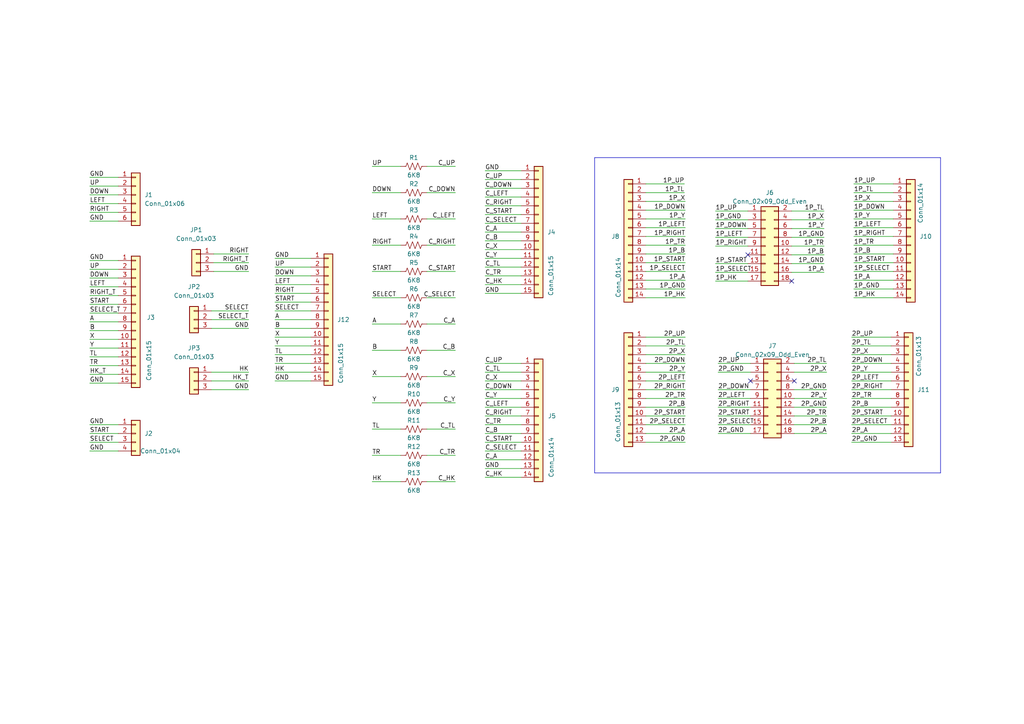
<source format=kicad_sch>
(kicad_sch (version 20230121) (generator eeschema)

  (uuid fa38296e-cdcc-4309-9d50-3ec5b62681ed)

  (paper "A4")

  (title_block
    (title "Raspberry Pie GPIO Input Module")
    (date "2023-03-26")
    (rev "2")
    (company "Amos Home")
  )

  (lib_symbols
    (symbol "Connector_Generic:Conn_01x03" (pin_names (offset 1.016) hide) (in_bom yes) (on_board yes)
      (property "Reference" "J" (at 0 5.08 0)
        (effects (font (size 1.27 1.27)))
      )
      (property "Value" "Conn_01x03" (at 0 -5.08 0)
        (effects (font (size 1.27 1.27)))
      )
      (property "Footprint" "" (at 0 0 0)
        (effects (font (size 1.27 1.27)) hide)
      )
      (property "Datasheet" "~" (at 0 0 0)
        (effects (font (size 1.27 1.27)) hide)
      )
      (property "ki_keywords" "connector" (at 0 0 0)
        (effects (font (size 1.27 1.27)) hide)
      )
      (property "ki_description" "Generic connector, single row, 01x03, script generated (kicad-library-utils/schlib/autogen/connector/)" (at 0 0 0)
        (effects (font (size 1.27 1.27)) hide)
      )
      (property "ki_fp_filters" "Connector*:*_1x??_*" (at 0 0 0)
        (effects (font (size 1.27 1.27)) hide)
      )
      (symbol "Conn_01x03_1_1"
        (rectangle (start -1.27 -2.413) (end 0 -2.667)
          (stroke (width 0.1524) (type default))
          (fill (type none))
        )
        (rectangle (start -1.27 0.127) (end 0 -0.127)
          (stroke (width 0.1524) (type default))
          (fill (type none))
        )
        (rectangle (start -1.27 2.667) (end 0 2.413)
          (stroke (width 0.1524) (type default))
          (fill (type none))
        )
        (rectangle (start -1.27 3.81) (end 1.27 -3.81)
          (stroke (width 0.254) (type default))
          (fill (type background))
        )
        (pin passive line (at -5.08 2.54 0) (length 3.81)
          (name "Pin_1" (effects (font (size 1.27 1.27))))
          (number "1" (effects (font (size 1.27 1.27))))
        )
        (pin passive line (at -5.08 0 0) (length 3.81)
          (name "Pin_2" (effects (font (size 1.27 1.27))))
          (number "2" (effects (font (size 1.27 1.27))))
        )
        (pin passive line (at -5.08 -2.54 0) (length 3.81)
          (name "Pin_3" (effects (font (size 1.27 1.27))))
          (number "3" (effects (font (size 1.27 1.27))))
        )
      )
    )
    (symbol "Connector_Generic:Conn_01x04" (pin_names (offset 1.016) hide) (in_bom yes) (on_board yes)
      (property "Reference" "J" (at 0 5.08 0)
        (effects (font (size 1.27 1.27)))
      )
      (property "Value" "Conn_01x04" (at 0 -7.62 0)
        (effects (font (size 1.27 1.27)))
      )
      (property "Footprint" "" (at 0 0 0)
        (effects (font (size 1.27 1.27)) hide)
      )
      (property "Datasheet" "~" (at 0 0 0)
        (effects (font (size 1.27 1.27)) hide)
      )
      (property "ki_keywords" "connector" (at 0 0 0)
        (effects (font (size 1.27 1.27)) hide)
      )
      (property "ki_description" "Generic connector, single row, 01x04, script generated (kicad-library-utils/schlib/autogen/connector/)" (at 0 0 0)
        (effects (font (size 1.27 1.27)) hide)
      )
      (property "ki_fp_filters" "Connector*:*_1x??_*" (at 0 0 0)
        (effects (font (size 1.27 1.27)) hide)
      )
      (symbol "Conn_01x04_1_1"
        (rectangle (start -1.27 -4.953) (end 0 -5.207)
          (stroke (width 0.1524) (type default))
          (fill (type none))
        )
        (rectangle (start -1.27 -2.413) (end 0 -2.667)
          (stroke (width 0.1524) (type default))
          (fill (type none))
        )
        (rectangle (start -1.27 0.127) (end 0 -0.127)
          (stroke (width 0.1524) (type default))
          (fill (type none))
        )
        (rectangle (start -1.27 2.667) (end 0 2.413)
          (stroke (width 0.1524) (type default))
          (fill (type none))
        )
        (rectangle (start -1.27 3.81) (end 1.27 -6.35)
          (stroke (width 0.254) (type default))
          (fill (type background))
        )
        (pin passive line (at -5.08 2.54 0) (length 3.81)
          (name "Pin_1" (effects (font (size 1.27 1.27))))
          (number "1" (effects (font (size 1.27 1.27))))
        )
        (pin passive line (at -5.08 0 0) (length 3.81)
          (name "Pin_2" (effects (font (size 1.27 1.27))))
          (number "2" (effects (font (size 1.27 1.27))))
        )
        (pin passive line (at -5.08 -2.54 0) (length 3.81)
          (name "Pin_3" (effects (font (size 1.27 1.27))))
          (number "3" (effects (font (size 1.27 1.27))))
        )
        (pin passive line (at -5.08 -5.08 0) (length 3.81)
          (name "Pin_4" (effects (font (size 1.27 1.27))))
          (number "4" (effects (font (size 1.27 1.27))))
        )
      )
    )
    (symbol "Connector_Generic:Conn_01x06" (pin_names (offset 1.016) hide) (in_bom yes) (on_board yes)
      (property "Reference" "J" (at 0 7.62 0)
        (effects (font (size 1.27 1.27)))
      )
      (property "Value" "Conn_01x06" (at 0 -10.16 0)
        (effects (font (size 1.27 1.27)))
      )
      (property "Footprint" "" (at 0 0 0)
        (effects (font (size 1.27 1.27)) hide)
      )
      (property "Datasheet" "~" (at 0 0 0)
        (effects (font (size 1.27 1.27)) hide)
      )
      (property "ki_keywords" "connector" (at 0 0 0)
        (effects (font (size 1.27 1.27)) hide)
      )
      (property "ki_description" "Generic connector, single row, 01x06, script generated (kicad-library-utils/schlib/autogen/connector/)" (at 0 0 0)
        (effects (font (size 1.27 1.27)) hide)
      )
      (property "ki_fp_filters" "Connector*:*_1x??_*" (at 0 0 0)
        (effects (font (size 1.27 1.27)) hide)
      )
      (symbol "Conn_01x06_1_1"
        (rectangle (start -1.27 -7.493) (end 0 -7.747)
          (stroke (width 0.1524) (type default))
          (fill (type none))
        )
        (rectangle (start -1.27 -4.953) (end 0 -5.207)
          (stroke (width 0.1524) (type default))
          (fill (type none))
        )
        (rectangle (start -1.27 -2.413) (end 0 -2.667)
          (stroke (width 0.1524) (type default))
          (fill (type none))
        )
        (rectangle (start -1.27 0.127) (end 0 -0.127)
          (stroke (width 0.1524) (type default))
          (fill (type none))
        )
        (rectangle (start -1.27 2.667) (end 0 2.413)
          (stroke (width 0.1524) (type default))
          (fill (type none))
        )
        (rectangle (start -1.27 5.207) (end 0 4.953)
          (stroke (width 0.1524) (type default))
          (fill (type none))
        )
        (rectangle (start -1.27 6.35) (end 1.27 -8.89)
          (stroke (width 0.254) (type default))
          (fill (type background))
        )
        (pin passive line (at -5.08 5.08 0) (length 3.81)
          (name "Pin_1" (effects (font (size 1.27 1.27))))
          (number "1" (effects (font (size 1.27 1.27))))
        )
        (pin passive line (at -5.08 2.54 0) (length 3.81)
          (name "Pin_2" (effects (font (size 1.27 1.27))))
          (number "2" (effects (font (size 1.27 1.27))))
        )
        (pin passive line (at -5.08 0 0) (length 3.81)
          (name "Pin_3" (effects (font (size 1.27 1.27))))
          (number "3" (effects (font (size 1.27 1.27))))
        )
        (pin passive line (at -5.08 -2.54 0) (length 3.81)
          (name "Pin_4" (effects (font (size 1.27 1.27))))
          (number "4" (effects (font (size 1.27 1.27))))
        )
        (pin passive line (at -5.08 -5.08 0) (length 3.81)
          (name "Pin_5" (effects (font (size 1.27 1.27))))
          (number "5" (effects (font (size 1.27 1.27))))
        )
        (pin passive line (at -5.08 -7.62 0) (length 3.81)
          (name "Pin_6" (effects (font (size 1.27 1.27))))
          (number "6" (effects (font (size 1.27 1.27))))
        )
      )
    )
    (symbol "Connector_Generic:Conn_01x13" (pin_names (offset 1.016) hide) (in_bom yes) (on_board yes)
      (property "Reference" "J" (at 0 17.78 0)
        (effects (font (size 1.27 1.27)))
      )
      (property "Value" "Conn_01x13" (at 0 -17.78 0)
        (effects (font (size 1.27 1.27)))
      )
      (property "Footprint" "" (at 0 0 0)
        (effects (font (size 1.27 1.27)) hide)
      )
      (property "Datasheet" "~" (at 0 0 0)
        (effects (font (size 1.27 1.27)) hide)
      )
      (property "ki_keywords" "connector" (at 0 0 0)
        (effects (font (size 1.27 1.27)) hide)
      )
      (property "ki_description" "Generic connector, single row, 01x13, script generated (kicad-library-utils/schlib/autogen/connector/)" (at 0 0 0)
        (effects (font (size 1.27 1.27)) hide)
      )
      (property "ki_fp_filters" "Connector*:*_1x??_*" (at 0 0 0)
        (effects (font (size 1.27 1.27)) hide)
      )
      (symbol "Conn_01x13_1_1"
        (rectangle (start -1.27 -15.113) (end 0 -15.367)
          (stroke (width 0.1524) (type default))
          (fill (type none))
        )
        (rectangle (start -1.27 -12.573) (end 0 -12.827)
          (stroke (width 0.1524) (type default))
          (fill (type none))
        )
        (rectangle (start -1.27 -10.033) (end 0 -10.287)
          (stroke (width 0.1524) (type default))
          (fill (type none))
        )
        (rectangle (start -1.27 -7.493) (end 0 -7.747)
          (stroke (width 0.1524) (type default))
          (fill (type none))
        )
        (rectangle (start -1.27 -4.953) (end 0 -5.207)
          (stroke (width 0.1524) (type default))
          (fill (type none))
        )
        (rectangle (start -1.27 -2.413) (end 0 -2.667)
          (stroke (width 0.1524) (type default))
          (fill (type none))
        )
        (rectangle (start -1.27 0.127) (end 0 -0.127)
          (stroke (width 0.1524) (type default))
          (fill (type none))
        )
        (rectangle (start -1.27 2.667) (end 0 2.413)
          (stroke (width 0.1524) (type default))
          (fill (type none))
        )
        (rectangle (start -1.27 5.207) (end 0 4.953)
          (stroke (width 0.1524) (type default))
          (fill (type none))
        )
        (rectangle (start -1.27 7.747) (end 0 7.493)
          (stroke (width 0.1524) (type default))
          (fill (type none))
        )
        (rectangle (start -1.27 10.287) (end 0 10.033)
          (stroke (width 0.1524) (type default))
          (fill (type none))
        )
        (rectangle (start -1.27 12.827) (end 0 12.573)
          (stroke (width 0.1524) (type default))
          (fill (type none))
        )
        (rectangle (start -1.27 15.367) (end 0 15.113)
          (stroke (width 0.1524) (type default))
          (fill (type none))
        )
        (rectangle (start -1.27 16.51) (end 1.27 -16.51)
          (stroke (width 0.254) (type default))
          (fill (type background))
        )
        (pin passive line (at -5.08 15.24 0) (length 3.81)
          (name "Pin_1" (effects (font (size 1.27 1.27))))
          (number "1" (effects (font (size 1.27 1.27))))
        )
        (pin passive line (at -5.08 -7.62 0) (length 3.81)
          (name "Pin_10" (effects (font (size 1.27 1.27))))
          (number "10" (effects (font (size 1.27 1.27))))
        )
        (pin passive line (at -5.08 -10.16 0) (length 3.81)
          (name "Pin_11" (effects (font (size 1.27 1.27))))
          (number "11" (effects (font (size 1.27 1.27))))
        )
        (pin passive line (at -5.08 -12.7 0) (length 3.81)
          (name "Pin_12" (effects (font (size 1.27 1.27))))
          (number "12" (effects (font (size 1.27 1.27))))
        )
        (pin passive line (at -5.08 -15.24 0) (length 3.81)
          (name "Pin_13" (effects (font (size 1.27 1.27))))
          (number "13" (effects (font (size 1.27 1.27))))
        )
        (pin passive line (at -5.08 12.7 0) (length 3.81)
          (name "Pin_2" (effects (font (size 1.27 1.27))))
          (number "2" (effects (font (size 1.27 1.27))))
        )
        (pin passive line (at -5.08 10.16 0) (length 3.81)
          (name "Pin_3" (effects (font (size 1.27 1.27))))
          (number "3" (effects (font (size 1.27 1.27))))
        )
        (pin passive line (at -5.08 7.62 0) (length 3.81)
          (name "Pin_4" (effects (font (size 1.27 1.27))))
          (number "4" (effects (font (size 1.27 1.27))))
        )
        (pin passive line (at -5.08 5.08 0) (length 3.81)
          (name "Pin_5" (effects (font (size 1.27 1.27))))
          (number "5" (effects (font (size 1.27 1.27))))
        )
        (pin passive line (at -5.08 2.54 0) (length 3.81)
          (name "Pin_6" (effects (font (size 1.27 1.27))))
          (number "6" (effects (font (size 1.27 1.27))))
        )
        (pin passive line (at -5.08 0 0) (length 3.81)
          (name "Pin_7" (effects (font (size 1.27 1.27))))
          (number "7" (effects (font (size 1.27 1.27))))
        )
        (pin passive line (at -5.08 -2.54 0) (length 3.81)
          (name "Pin_8" (effects (font (size 1.27 1.27))))
          (number "8" (effects (font (size 1.27 1.27))))
        )
        (pin passive line (at -5.08 -5.08 0) (length 3.81)
          (name "Pin_9" (effects (font (size 1.27 1.27))))
          (number "9" (effects (font (size 1.27 1.27))))
        )
      )
    )
    (symbol "Connector_Generic:Conn_01x14" (pin_names (offset 1.016) hide) (in_bom yes) (on_board yes)
      (property "Reference" "J" (at 0 17.78 0)
        (effects (font (size 1.27 1.27)))
      )
      (property "Value" "Conn_01x14" (at 0 -20.32 0)
        (effects (font (size 1.27 1.27)))
      )
      (property "Footprint" "" (at 0 0 0)
        (effects (font (size 1.27 1.27)) hide)
      )
      (property "Datasheet" "~" (at 0 0 0)
        (effects (font (size 1.27 1.27)) hide)
      )
      (property "ki_keywords" "connector" (at 0 0 0)
        (effects (font (size 1.27 1.27)) hide)
      )
      (property "ki_description" "Generic connector, single row, 01x14, script generated (kicad-library-utils/schlib/autogen/connector/)" (at 0 0 0)
        (effects (font (size 1.27 1.27)) hide)
      )
      (property "ki_fp_filters" "Connector*:*_1x??_*" (at 0 0 0)
        (effects (font (size 1.27 1.27)) hide)
      )
      (symbol "Conn_01x14_1_1"
        (rectangle (start -1.27 -17.653) (end 0 -17.907)
          (stroke (width 0.1524) (type default))
          (fill (type none))
        )
        (rectangle (start -1.27 -15.113) (end 0 -15.367)
          (stroke (width 0.1524) (type default))
          (fill (type none))
        )
        (rectangle (start -1.27 -12.573) (end 0 -12.827)
          (stroke (width 0.1524) (type default))
          (fill (type none))
        )
        (rectangle (start -1.27 -10.033) (end 0 -10.287)
          (stroke (width 0.1524) (type default))
          (fill (type none))
        )
        (rectangle (start -1.27 -7.493) (end 0 -7.747)
          (stroke (width 0.1524) (type default))
          (fill (type none))
        )
        (rectangle (start -1.27 -4.953) (end 0 -5.207)
          (stroke (width 0.1524) (type default))
          (fill (type none))
        )
        (rectangle (start -1.27 -2.413) (end 0 -2.667)
          (stroke (width 0.1524) (type default))
          (fill (type none))
        )
        (rectangle (start -1.27 0.127) (end 0 -0.127)
          (stroke (width 0.1524) (type default))
          (fill (type none))
        )
        (rectangle (start -1.27 2.667) (end 0 2.413)
          (stroke (width 0.1524) (type default))
          (fill (type none))
        )
        (rectangle (start -1.27 5.207) (end 0 4.953)
          (stroke (width 0.1524) (type default))
          (fill (type none))
        )
        (rectangle (start -1.27 7.747) (end 0 7.493)
          (stroke (width 0.1524) (type default))
          (fill (type none))
        )
        (rectangle (start -1.27 10.287) (end 0 10.033)
          (stroke (width 0.1524) (type default))
          (fill (type none))
        )
        (rectangle (start -1.27 12.827) (end 0 12.573)
          (stroke (width 0.1524) (type default))
          (fill (type none))
        )
        (rectangle (start -1.27 15.367) (end 0 15.113)
          (stroke (width 0.1524) (type default))
          (fill (type none))
        )
        (rectangle (start -1.27 16.51) (end 1.27 -19.05)
          (stroke (width 0.254) (type default))
          (fill (type background))
        )
        (pin passive line (at -5.08 15.24 0) (length 3.81)
          (name "Pin_1" (effects (font (size 1.27 1.27))))
          (number "1" (effects (font (size 1.27 1.27))))
        )
        (pin passive line (at -5.08 -7.62 0) (length 3.81)
          (name "Pin_10" (effects (font (size 1.27 1.27))))
          (number "10" (effects (font (size 1.27 1.27))))
        )
        (pin passive line (at -5.08 -10.16 0) (length 3.81)
          (name "Pin_11" (effects (font (size 1.27 1.27))))
          (number "11" (effects (font (size 1.27 1.27))))
        )
        (pin passive line (at -5.08 -12.7 0) (length 3.81)
          (name "Pin_12" (effects (font (size 1.27 1.27))))
          (number "12" (effects (font (size 1.27 1.27))))
        )
        (pin passive line (at -5.08 -15.24 0) (length 3.81)
          (name "Pin_13" (effects (font (size 1.27 1.27))))
          (number "13" (effects (font (size 1.27 1.27))))
        )
        (pin passive line (at -5.08 -17.78 0) (length 3.81)
          (name "Pin_14" (effects (font (size 1.27 1.27))))
          (number "14" (effects (font (size 1.27 1.27))))
        )
        (pin passive line (at -5.08 12.7 0) (length 3.81)
          (name "Pin_2" (effects (font (size 1.27 1.27))))
          (number "2" (effects (font (size 1.27 1.27))))
        )
        (pin passive line (at -5.08 10.16 0) (length 3.81)
          (name "Pin_3" (effects (font (size 1.27 1.27))))
          (number "3" (effects (font (size 1.27 1.27))))
        )
        (pin passive line (at -5.08 7.62 0) (length 3.81)
          (name "Pin_4" (effects (font (size 1.27 1.27))))
          (number "4" (effects (font (size 1.27 1.27))))
        )
        (pin passive line (at -5.08 5.08 0) (length 3.81)
          (name "Pin_5" (effects (font (size 1.27 1.27))))
          (number "5" (effects (font (size 1.27 1.27))))
        )
        (pin passive line (at -5.08 2.54 0) (length 3.81)
          (name "Pin_6" (effects (font (size 1.27 1.27))))
          (number "6" (effects (font (size 1.27 1.27))))
        )
        (pin passive line (at -5.08 0 0) (length 3.81)
          (name "Pin_7" (effects (font (size 1.27 1.27))))
          (number "7" (effects (font (size 1.27 1.27))))
        )
        (pin passive line (at -5.08 -2.54 0) (length 3.81)
          (name "Pin_8" (effects (font (size 1.27 1.27))))
          (number "8" (effects (font (size 1.27 1.27))))
        )
        (pin passive line (at -5.08 -5.08 0) (length 3.81)
          (name "Pin_9" (effects (font (size 1.27 1.27))))
          (number "9" (effects (font (size 1.27 1.27))))
        )
      )
    )
    (symbol "Connector_Generic:Conn_01x15" (pin_names (offset 1.016) hide) (in_bom yes) (on_board yes)
      (property "Reference" "J" (at 0 20.32 0)
        (effects (font (size 1.27 1.27)))
      )
      (property "Value" "Conn_01x15" (at 0 -20.32 0)
        (effects (font (size 1.27 1.27)))
      )
      (property "Footprint" "" (at 0 0 0)
        (effects (font (size 1.27 1.27)) hide)
      )
      (property "Datasheet" "~" (at 0 0 0)
        (effects (font (size 1.27 1.27)) hide)
      )
      (property "ki_keywords" "connector" (at 0 0 0)
        (effects (font (size 1.27 1.27)) hide)
      )
      (property "ki_description" "Generic connector, single row, 01x15, script generated (kicad-library-utils/schlib/autogen/connector/)" (at 0 0 0)
        (effects (font (size 1.27 1.27)) hide)
      )
      (property "ki_fp_filters" "Connector*:*_1x??_*" (at 0 0 0)
        (effects (font (size 1.27 1.27)) hide)
      )
      (symbol "Conn_01x15_1_1"
        (rectangle (start -1.27 -17.653) (end 0 -17.907)
          (stroke (width 0.1524) (type default))
          (fill (type none))
        )
        (rectangle (start -1.27 -15.113) (end 0 -15.367)
          (stroke (width 0.1524) (type default))
          (fill (type none))
        )
        (rectangle (start -1.27 -12.573) (end 0 -12.827)
          (stroke (width 0.1524) (type default))
          (fill (type none))
        )
        (rectangle (start -1.27 -10.033) (end 0 -10.287)
          (stroke (width 0.1524) (type default))
          (fill (type none))
        )
        (rectangle (start -1.27 -7.493) (end 0 -7.747)
          (stroke (width 0.1524) (type default))
          (fill (type none))
        )
        (rectangle (start -1.27 -4.953) (end 0 -5.207)
          (stroke (width 0.1524) (type default))
          (fill (type none))
        )
        (rectangle (start -1.27 -2.413) (end 0 -2.667)
          (stroke (width 0.1524) (type default))
          (fill (type none))
        )
        (rectangle (start -1.27 0.127) (end 0 -0.127)
          (stroke (width 0.1524) (type default))
          (fill (type none))
        )
        (rectangle (start -1.27 2.667) (end 0 2.413)
          (stroke (width 0.1524) (type default))
          (fill (type none))
        )
        (rectangle (start -1.27 5.207) (end 0 4.953)
          (stroke (width 0.1524) (type default))
          (fill (type none))
        )
        (rectangle (start -1.27 7.747) (end 0 7.493)
          (stroke (width 0.1524) (type default))
          (fill (type none))
        )
        (rectangle (start -1.27 10.287) (end 0 10.033)
          (stroke (width 0.1524) (type default))
          (fill (type none))
        )
        (rectangle (start -1.27 12.827) (end 0 12.573)
          (stroke (width 0.1524) (type default))
          (fill (type none))
        )
        (rectangle (start -1.27 15.367) (end 0 15.113)
          (stroke (width 0.1524) (type default))
          (fill (type none))
        )
        (rectangle (start -1.27 17.907) (end 0 17.653)
          (stroke (width 0.1524) (type default))
          (fill (type none))
        )
        (rectangle (start -1.27 19.05) (end 1.27 -19.05)
          (stroke (width 0.254) (type default))
          (fill (type background))
        )
        (pin passive line (at -5.08 17.78 0) (length 3.81)
          (name "Pin_1" (effects (font (size 1.27 1.27))))
          (number "1" (effects (font (size 1.27 1.27))))
        )
        (pin passive line (at -5.08 -5.08 0) (length 3.81)
          (name "Pin_10" (effects (font (size 1.27 1.27))))
          (number "10" (effects (font (size 1.27 1.27))))
        )
        (pin passive line (at -5.08 -7.62 0) (length 3.81)
          (name "Pin_11" (effects (font (size 1.27 1.27))))
          (number "11" (effects (font (size 1.27 1.27))))
        )
        (pin passive line (at -5.08 -10.16 0) (length 3.81)
          (name "Pin_12" (effects (font (size 1.27 1.27))))
          (number "12" (effects (font (size 1.27 1.27))))
        )
        (pin passive line (at -5.08 -12.7 0) (length 3.81)
          (name "Pin_13" (effects (font (size 1.27 1.27))))
          (number "13" (effects (font (size 1.27 1.27))))
        )
        (pin passive line (at -5.08 -15.24 0) (length 3.81)
          (name "Pin_14" (effects (font (size 1.27 1.27))))
          (number "14" (effects (font (size 1.27 1.27))))
        )
        (pin passive line (at -5.08 -17.78 0) (length 3.81)
          (name "Pin_15" (effects (font (size 1.27 1.27))))
          (number "15" (effects (font (size 1.27 1.27))))
        )
        (pin passive line (at -5.08 15.24 0) (length 3.81)
          (name "Pin_2" (effects (font (size 1.27 1.27))))
          (number "2" (effects (font (size 1.27 1.27))))
        )
        (pin passive line (at -5.08 12.7 0) (length 3.81)
          (name "Pin_3" (effects (font (size 1.27 1.27))))
          (number "3" (effects (font (size 1.27 1.27))))
        )
        (pin passive line (at -5.08 10.16 0) (length 3.81)
          (name "Pin_4" (effects (font (size 1.27 1.27))))
          (number "4" (effects (font (size 1.27 1.27))))
        )
        (pin passive line (at -5.08 7.62 0) (length 3.81)
          (name "Pin_5" (effects (font (size 1.27 1.27))))
          (number "5" (effects (font (size 1.27 1.27))))
        )
        (pin passive line (at -5.08 5.08 0) (length 3.81)
          (name "Pin_6" (effects (font (size 1.27 1.27))))
          (number "6" (effects (font (size 1.27 1.27))))
        )
        (pin passive line (at -5.08 2.54 0) (length 3.81)
          (name "Pin_7" (effects (font (size 1.27 1.27))))
          (number "7" (effects (font (size 1.27 1.27))))
        )
        (pin passive line (at -5.08 0 0) (length 3.81)
          (name "Pin_8" (effects (font (size 1.27 1.27))))
          (number "8" (effects (font (size 1.27 1.27))))
        )
        (pin passive line (at -5.08 -2.54 0) (length 3.81)
          (name "Pin_9" (effects (font (size 1.27 1.27))))
          (number "9" (effects (font (size 1.27 1.27))))
        )
      )
    )
    (symbol "Connector_Generic:Conn_02x09_Odd_Even" (pin_names (offset 1.016) hide) (in_bom yes) (on_board yes)
      (property "Reference" "J" (at 1.27 12.7 0)
        (effects (font (size 1.27 1.27)))
      )
      (property "Value" "Conn_02x09_Odd_Even" (at 1.27 -12.7 0)
        (effects (font (size 1.27 1.27)))
      )
      (property "Footprint" "" (at 0 0 0)
        (effects (font (size 1.27 1.27)) hide)
      )
      (property "Datasheet" "~" (at 0 0 0)
        (effects (font (size 1.27 1.27)) hide)
      )
      (property "ki_keywords" "connector" (at 0 0 0)
        (effects (font (size 1.27 1.27)) hide)
      )
      (property "ki_description" "Generic connector, double row, 02x09, odd/even pin numbering scheme (row 1 odd numbers, row 2 even numbers), script generated (kicad-library-utils/schlib/autogen/connector/)" (at 0 0 0)
        (effects (font (size 1.27 1.27)) hide)
      )
      (property "ki_fp_filters" "Connector*:*_2x??_*" (at 0 0 0)
        (effects (font (size 1.27 1.27)) hide)
      )
      (symbol "Conn_02x09_Odd_Even_1_1"
        (rectangle (start -1.27 -10.033) (end 0 -10.287)
          (stroke (width 0.1524) (type default))
          (fill (type none))
        )
        (rectangle (start -1.27 -7.493) (end 0 -7.747)
          (stroke (width 0.1524) (type default))
          (fill (type none))
        )
        (rectangle (start -1.27 -4.953) (end 0 -5.207)
          (stroke (width 0.1524) (type default))
          (fill (type none))
        )
        (rectangle (start -1.27 -2.413) (end 0 -2.667)
          (stroke (width 0.1524) (type default))
          (fill (type none))
        )
        (rectangle (start -1.27 0.127) (end 0 -0.127)
          (stroke (width 0.1524) (type default))
          (fill (type none))
        )
        (rectangle (start -1.27 2.667) (end 0 2.413)
          (stroke (width 0.1524) (type default))
          (fill (type none))
        )
        (rectangle (start -1.27 5.207) (end 0 4.953)
          (stroke (width 0.1524) (type default))
          (fill (type none))
        )
        (rectangle (start -1.27 7.747) (end 0 7.493)
          (stroke (width 0.1524) (type default))
          (fill (type none))
        )
        (rectangle (start -1.27 10.287) (end 0 10.033)
          (stroke (width 0.1524) (type default))
          (fill (type none))
        )
        (rectangle (start -1.27 11.43) (end 3.81 -11.43)
          (stroke (width 0.254) (type default))
          (fill (type background))
        )
        (rectangle (start 3.81 -10.033) (end 2.54 -10.287)
          (stroke (width 0.1524) (type default))
          (fill (type none))
        )
        (rectangle (start 3.81 -7.493) (end 2.54 -7.747)
          (stroke (width 0.1524) (type default))
          (fill (type none))
        )
        (rectangle (start 3.81 -4.953) (end 2.54 -5.207)
          (stroke (width 0.1524) (type default))
          (fill (type none))
        )
        (rectangle (start 3.81 -2.413) (end 2.54 -2.667)
          (stroke (width 0.1524) (type default))
          (fill (type none))
        )
        (rectangle (start 3.81 0.127) (end 2.54 -0.127)
          (stroke (width 0.1524) (type default))
          (fill (type none))
        )
        (rectangle (start 3.81 2.667) (end 2.54 2.413)
          (stroke (width 0.1524) (type default))
          (fill (type none))
        )
        (rectangle (start 3.81 5.207) (end 2.54 4.953)
          (stroke (width 0.1524) (type default))
          (fill (type none))
        )
        (rectangle (start 3.81 7.747) (end 2.54 7.493)
          (stroke (width 0.1524) (type default))
          (fill (type none))
        )
        (rectangle (start 3.81 10.287) (end 2.54 10.033)
          (stroke (width 0.1524) (type default))
          (fill (type none))
        )
        (pin passive line (at -5.08 10.16 0) (length 3.81)
          (name "Pin_1" (effects (font (size 1.27 1.27))))
          (number "1" (effects (font (size 1.27 1.27))))
        )
        (pin passive line (at 7.62 0 180) (length 3.81)
          (name "Pin_10" (effects (font (size 1.27 1.27))))
          (number "10" (effects (font (size 1.27 1.27))))
        )
        (pin passive line (at -5.08 -2.54 0) (length 3.81)
          (name "Pin_11" (effects (font (size 1.27 1.27))))
          (number "11" (effects (font (size 1.27 1.27))))
        )
        (pin passive line (at 7.62 -2.54 180) (length 3.81)
          (name "Pin_12" (effects (font (size 1.27 1.27))))
          (number "12" (effects (font (size 1.27 1.27))))
        )
        (pin passive line (at -5.08 -5.08 0) (length 3.81)
          (name "Pin_13" (effects (font (size 1.27 1.27))))
          (number "13" (effects (font (size 1.27 1.27))))
        )
        (pin passive line (at 7.62 -5.08 180) (length 3.81)
          (name "Pin_14" (effects (font (size 1.27 1.27))))
          (number "14" (effects (font (size 1.27 1.27))))
        )
        (pin passive line (at -5.08 -7.62 0) (length 3.81)
          (name "Pin_15" (effects (font (size 1.27 1.27))))
          (number "15" (effects (font (size 1.27 1.27))))
        )
        (pin passive line (at 7.62 -7.62 180) (length 3.81)
          (name "Pin_16" (effects (font (size 1.27 1.27))))
          (number "16" (effects (font (size 1.27 1.27))))
        )
        (pin passive line (at -5.08 -10.16 0) (length 3.81)
          (name "Pin_17" (effects (font (size 1.27 1.27))))
          (number "17" (effects (font (size 1.27 1.27))))
        )
        (pin passive line (at 7.62 -10.16 180) (length 3.81)
          (name "Pin_18" (effects (font (size 1.27 1.27))))
          (number "18" (effects (font (size 1.27 1.27))))
        )
        (pin passive line (at 7.62 10.16 180) (length 3.81)
          (name "Pin_2" (effects (font (size 1.27 1.27))))
          (number "2" (effects (font (size 1.27 1.27))))
        )
        (pin passive line (at -5.08 7.62 0) (length 3.81)
          (name "Pin_3" (effects (font (size 1.27 1.27))))
          (number "3" (effects (font (size 1.27 1.27))))
        )
        (pin passive line (at 7.62 7.62 180) (length 3.81)
          (name "Pin_4" (effects (font (size 1.27 1.27))))
          (number "4" (effects (font (size 1.27 1.27))))
        )
        (pin passive line (at -5.08 5.08 0) (length 3.81)
          (name "Pin_5" (effects (font (size 1.27 1.27))))
          (number "5" (effects (font (size 1.27 1.27))))
        )
        (pin passive line (at 7.62 5.08 180) (length 3.81)
          (name "Pin_6" (effects (font (size 1.27 1.27))))
          (number "6" (effects (font (size 1.27 1.27))))
        )
        (pin passive line (at -5.08 2.54 0) (length 3.81)
          (name "Pin_7" (effects (font (size 1.27 1.27))))
          (number "7" (effects (font (size 1.27 1.27))))
        )
        (pin passive line (at 7.62 2.54 180) (length 3.81)
          (name "Pin_8" (effects (font (size 1.27 1.27))))
          (number "8" (effects (font (size 1.27 1.27))))
        )
        (pin passive line (at -5.08 0 0) (length 3.81)
          (name "Pin_9" (effects (font (size 1.27 1.27))))
          (number "9" (effects (font (size 1.27 1.27))))
        )
      )
    )
    (symbol "Device:R_US" (pin_numbers hide) (pin_names (offset 0)) (in_bom yes) (on_board yes)
      (property "Reference" "R" (at 2.54 0 90)
        (effects (font (size 1.27 1.27)))
      )
      (property "Value" "R_US" (at -2.54 0 90)
        (effects (font (size 1.27 1.27)))
      )
      (property "Footprint" "" (at 1.016 -0.254 90)
        (effects (font (size 1.27 1.27)) hide)
      )
      (property "Datasheet" "~" (at 0 0 0)
        (effects (font (size 1.27 1.27)) hide)
      )
      (property "ki_keywords" "R res resistor" (at 0 0 0)
        (effects (font (size 1.27 1.27)) hide)
      )
      (property "ki_description" "Resistor, US symbol" (at 0 0 0)
        (effects (font (size 1.27 1.27)) hide)
      )
      (property "ki_fp_filters" "R_*" (at 0 0 0)
        (effects (font (size 1.27 1.27)) hide)
      )
      (symbol "R_US_0_1"
        (polyline
          (pts
            (xy 0 -2.286)
            (xy 0 -2.54)
          )
          (stroke (width 0) (type default))
          (fill (type none))
        )
        (polyline
          (pts
            (xy 0 2.286)
            (xy 0 2.54)
          )
          (stroke (width 0) (type default))
          (fill (type none))
        )
        (polyline
          (pts
            (xy 0 -0.762)
            (xy 1.016 -1.143)
            (xy 0 -1.524)
            (xy -1.016 -1.905)
            (xy 0 -2.286)
          )
          (stroke (width 0) (type default))
          (fill (type none))
        )
        (polyline
          (pts
            (xy 0 0.762)
            (xy 1.016 0.381)
            (xy 0 0)
            (xy -1.016 -0.381)
            (xy 0 -0.762)
          )
          (stroke (width 0) (type default))
          (fill (type none))
        )
        (polyline
          (pts
            (xy 0 2.286)
            (xy 1.016 1.905)
            (xy 0 1.524)
            (xy -1.016 1.143)
            (xy 0 0.762)
          )
          (stroke (width 0) (type default))
          (fill (type none))
        )
      )
      (symbol "R_US_1_1"
        (pin passive line (at 0 3.81 270) (length 1.27)
          (name "~" (effects (font (size 1.27 1.27))))
          (number "1" (effects (font (size 1.27 1.27))))
        )
        (pin passive line (at 0 -3.81 90) (length 1.27)
          (name "~" (effects (font (size 1.27 1.27))))
          (number "2" (effects (font (size 1.27 1.27))))
        )
      )
    )
  )


  (no_connect (at 229.616 81.534) (uuid 20b9c25d-472a-41c8-af21-a7165154ec3c))
  (no_connect (at 216.916 73.914) (uuid 23a24357-ef12-4dce-97b2-b64880827fdd))
  (no_connect (at 217.678 110.49) (uuid 291e2dfd-2cb8-4cef-8293-717cca814d62))
  (no_connect (at 230.378 110.49) (uuid 72280aad-8597-49cb-b456-a021e0d073f7))

  (wire (pts (xy 187.325 97.79) (xy 198.755 97.79))
    (stroke (width 0) (type default))
    (uuid 000d1589-79f7-4859-9e8a-e8b993d62a35)
  )
  (wire (pts (xy 208.28 120.65) (xy 217.678 120.65))
    (stroke (width 0) (type default))
    (uuid 01806fb5-bd38-4539-9aa9-f6ba7f5e68af)
  )
  (wire (pts (xy 258.445 97.79) (xy 247.015 97.79))
    (stroke (width 0) (type default))
    (uuid 037a9612-c7d3-4cc4-9f2c-2838aec7d3e8)
  )
  (wire (pts (xy 140.716 64.77) (xy 151.13 64.77))
    (stroke (width 0) (type default))
    (uuid 0450c6b7-fecc-4f1c-9382-431b847e4f6f)
  )
  (wire (pts (xy 207.518 66.294) (xy 216.916 66.294))
    (stroke (width 0) (type default))
    (uuid 04ca764e-0738-4191-a32b-5567448224b2)
  )
  (wire (pts (xy 107.95 48.26) (xy 116.205 48.26))
    (stroke (width 0) (type default))
    (uuid 0508b6ff-ef1d-431f-a579-873bdd9c0a1b)
  )
  (wire (pts (xy 79.756 102.87) (xy 90.17 102.87))
    (stroke (width 0) (type default))
    (uuid 05428b69-fb22-4b70-85ef-e49836072b04)
  )
  (wire (pts (xy 26.035 78.105) (xy 34.29 78.105))
    (stroke (width 0) (type default))
    (uuid 06613a6c-6705-4314-b59b-d19bdfb2a46d)
  )
  (wire (pts (xy 26.035 95.885) (xy 34.29 95.885))
    (stroke (width 0) (type default))
    (uuid 07e6cd6f-96da-4501-96d2-01cfb2e85e6c)
  )
  (wire (pts (xy 79.756 97.79) (xy 90.17 97.79))
    (stroke (width 0) (type default))
    (uuid 08275de6-4899-4a3c-85fe-59df257b9628)
  )
  (wire (pts (xy 26.035 85.725) (xy 34.29 85.725))
    (stroke (width 0) (type default))
    (uuid 08bb142c-aebf-4ccf-bee6-fa1785693ee8)
  )
  (wire (pts (xy 26.035 125.73) (xy 34.29 125.73))
    (stroke (width 0) (type default))
    (uuid 09ce73d1-fc24-4b41-b9e2-a9b15c4a09d3)
  )
  (wire (pts (xy 247.65 53.34) (xy 259.08 53.34))
    (stroke (width 0) (type default))
    (uuid 0a660da3-850e-4a85-a58f-1c8d1506b3b8)
  )
  (wire (pts (xy 208.28 105.41) (xy 217.678 105.41))
    (stroke (width 0) (type default))
    (uuid 0d035541-7303-4144-9713-80243ac00930)
  )
  (wire (pts (xy 26.035 64.135) (xy 34.29 64.135))
    (stroke (width 0) (type default))
    (uuid 0db4286a-8b85-4ea3-aef7-61b692ff9d16)
  )
  (wire (pts (xy 258.445 125.73) (xy 247.015 125.73))
    (stroke (width 0) (type default))
    (uuid 0ddeb09c-be46-4b32-afc9-f25c81cdffc9)
  )
  (wire (pts (xy 61.341 110.49) (xy 72.136 110.49))
    (stroke (width 0) (type default))
    (uuid 0e1a9a04-1418-4d42-abe4-ae10a28fa9b3)
  )
  (wire (pts (xy 140.716 107.95) (xy 151.13 107.95))
    (stroke (width 0) (type default))
    (uuid 0eaa667c-61ee-4a6f-a658-f1f839389f99)
  )
  (wire (pts (xy 107.95 63.5) (xy 116.205 63.5))
    (stroke (width 0) (type default))
    (uuid 0f0efdcd-f63c-4633-8e10-42a3437ffb64)
  )
  (wire (pts (xy 26.035 106.045) (xy 34.29 106.045))
    (stroke (width 0) (type default))
    (uuid 12e5ec49-0ca1-4dfd-aa00-d53904c6f7f2)
  )
  (wire (pts (xy 26.035 128.27) (xy 34.29 128.27))
    (stroke (width 0) (type default))
    (uuid 131ad4ff-001d-48d4-bb75-d85768f90019)
  )
  (wire (pts (xy 187.325 128.27) (xy 198.755 128.27))
    (stroke (width 0) (type default))
    (uuid 1375b849-ccbb-4501-80c0-5b18caf8809f)
  )
  (wire (pts (xy 26.035 88.265) (xy 34.29 88.265))
    (stroke (width 0) (type default))
    (uuid 13d59f0f-6350-4bd0-aa81-a3c8e6d57f94)
  )
  (wire (pts (xy 207.518 81.534) (xy 216.916 81.534))
    (stroke (width 0) (type default))
    (uuid 19af983d-ee4e-47d5-8d51-d682b82ad66d)
  )
  (wire (pts (xy 258.445 113.03) (xy 247.015 113.03))
    (stroke (width 0) (type default))
    (uuid 19ecd1d5-b633-413f-8a5d-806e5d58d77e)
  )
  (wire (pts (xy 79.756 74.93) (xy 90.17 74.93))
    (stroke (width 0) (type default))
    (uuid 1a379695-57ed-44ee-8c60-faae6ce7cfcb)
  )
  (wire (pts (xy 107.95 55.88) (xy 116.205 55.88))
    (stroke (width 0) (type default))
    (uuid 1a59bcde-cf17-4379-ac2e-5a1d24237436)
  )
  (wire (pts (xy 187.325 83.82) (xy 198.755 83.82))
    (stroke (width 0) (type default))
    (uuid 1c27bd36-0db5-489f-ad2d-194b5a0723f7)
  )
  (wire (pts (xy 187.325 110.49) (xy 198.755 110.49))
    (stroke (width 0) (type default))
    (uuid 1d5bd060-820c-4d2b-a63f-425a899cda79)
  )
  (wire (pts (xy 107.95 124.46) (xy 116.205 124.46))
    (stroke (width 0) (type default))
    (uuid 1fb1f743-d3c9-4d11-b4e5-7d40e31f6fe0)
  )
  (wire (pts (xy 229.616 63.754) (xy 239.014 63.754))
    (stroke (width 0) (type default))
    (uuid 200b662e-2dd7-42b2-ae28-7fcd360614d2)
  )
  (wire (pts (xy 247.65 55.88) (xy 259.08 55.88))
    (stroke (width 0) (type default))
    (uuid 204dc26d-011c-4585-abed-e620a2465d47)
  )
  (wire (pts (xy 187.325 123.19) (xy 198.755 123.19))
    (stroke (width 0) (type default))
    (uuid 23abc80a-958c-4baf-a8ff-867446b3d99d)
  )
  (wire (pts (xy 79.756 87.63) (xy 90.17 87.63))
    (stroke (width 0) (type default))
    (uuid 278c3db7-670d-4727-97fd-6e7cb4c34dfa)
  )
  (wire (pts (xy 140.716 52.07) (xy 151.13 52.07))
    (stroke (width 0) (type default))
    (uuid 2819fb4e-2b96-4289-8be0-7907ed8ada3a)
  )
  (wire (pts (xy 230.378 118.11) (xy 239.776 118.11))
    (stroke (width 0) (type default))
    (uuid 287c9f7d-72df-4c31-a8a0-04c9dfae8ef6)
  )
  (wire (pts (xy 229.616 73.914) (xy 239.014 73.914))
    (stroke (width 0) (type default))
    (uuid 28a76021-70d9-46ea-926f-2fda264a5ff3)
  )
  (wire (pts (xy 258.445 100.33) (xy 247.015 100.33))
    (stroke (width 0) (type default))
    (uuid 2ab8c63b-be58-44b3-9bfe-df4dd794100f)
  )
  (wire (pts (xy 61.976 78.74) (xy 72.136 78.74))
    (stroke (width 0) (type default))
    (uuid 2e378067-3ac2-4de7-b4c2-6c046e4057b8)
  )
  (wire (pts (xy 132.08 139.7) (xy 123.825 139.7))
    (stroke (width 0) (type default))
    (uuid 2f7a1c31-5143-4eb6-9b9c-dbfa064ca132)
  )
  (wire (pts (xy 187.325 86.36) (xy 198.755 86.36))
    (stroke (width 0) (type default))
    (uuid 31b62f7c-92c8-496d-a1a5-d1adad740ad3)
  )
  (wire (pts (xy 247.015 105.41) (xy 258.445 105.41))
    (stroke (width 0) (type default))
    (uuid 344f0b8c-bdac-4698-bc53-67a1d515afb4)
  )
  (wire (pts (xy 230.378 125.73) (xy 239.776 125.73))
    (stroke (width 0) (type default))
    (uuid 37464aba-bf2f-411c-b2b7-33e036ddc2b3)
  )
  (wire (pts (xy 79.756 90.17) (xy 90.17 90.17))
    (stroke (width 0) (type default))
    (uuid 38fada67-c1c5-46f6-995e-a44312287b55)
  )
  (wire (pts (xy 207.518 78.994) (xy 216.916 78.994))
    (stroke (width 0) (type default))
    (uuid 3ae6ec6c-04cf-4132-be7b-63b3e4b39a69)
  )
  (wire (pts (xy 208.28 107.95) (xy 217.678 107.95))
    (stroke (width 0) (type default))
    (uuid 3cb1beec-4405-4502-a124-dbda57fca52d)
  )
  (wire (pts (xy 140.716 54.61) (xy 151.13 54.61))
    (stroke (width 0) (type default))
    (uuid 3f061470-921a-4706-9771-02c2b3c17504)
  )
  (wire (pts (xy 258.445 120.65) (xy 247.015 120.65))
    (stroke (width 0) (type default))
    (uuid 3f453e09-258a-4633-b9e4-ec5db5d2b29f)
  )
  (wire (pts (xy 187.325 55.88) (xy 198.501 55.88))
    (stroke (width 0) (type default))
    (uuid 416b4e34-1b13-4cf3-81e5-15f9b0b06a15)
  )
  (wire (pts (xy 229.616 61.214) (xy 239.014 61.214))
    (stroke (width 0) (type default))
    (uuid 42797d0a-edb1-48a7-96e1-10bc2534b634)
  )
  (wire (pts (xy 26.035 98.425) (xy 34.29 98.425))
    (stroke (width 0) (type default))
    (uuid 43b59715-0937-4653-bfd2-700979026d97)
  )
  (wire (pts (xy 79.756 80.01) (xy 90.17 80.01))
    (stroke (width 0) (type default))
    (uuid 44d9aad2-7ebe-458f-a6e2-60afaf4a7b84)
  )
  (wire (pts (xy 140.716 105.41) (xy 151.13 105.41))
    (stroke (width 0) (type default))
    (uuid 452fa29b-6e0f-4029-8bb2-e95eecdc71e5)
  )
  (wire (pts (xy 132.08 116.84) (xy 123.825 116.84))
    (stroke (width 0) (type default))
    (uuid 47cc60ee-24db-4a22-a74b-bd50e76a13a8)
  )
  (wire (pts (xy 140.716 67.31) (xy 151.13 67.31))
    (stroke (width 0) (type default))
    (uuid 4874b5af-d9e0-4bdc-8ef4-de210069f78a)
  )
  (wire (pts (xy 72.136 113.03) (xy 61.341 113.03))
    (stroke (width 0) (type default))
    (uuid 48c360b8-2485-4df0-8768-0ff85af16b9b)
  )
  (wire (pts (xy 187.325 125.73) (xy 198.755 125.73))
    (stroke (width 0) (type default))
    (uuid 493f1c61-3d5a-4068-9cd6-bd1e56b5cf0e)
  )
  (wire (pts (xy 229.616 78.994) (xy 239.014 78.994))
    (stroke (width 0) (type default))
    (uuid 4ba40437-6aba-4a1f-8e4c-ecd87ace57b5)
  )
  (wire (pts (xy 207.518 63.754) (xy 216.916 63.754))
    (stroke (width 0) (type default))
    (uuid 4bc35386-b269-404a-ad5e-11be73c20b16)
  )
  (wire (pts (xy 208.28 115.57) (xy 217.678 115.57))
    (stroke (width 0) (type default))
    (uuid 4c5a74b6-e66f-457c-bf27-e2f03c8a4fbe)
  )
  (wire (pts (xy 247.65 78.74) (xy 259.08 78.74))
    (stroke (width 0) (type default))
    (uuid 4d6fd0a7-a60b-4903-847e-9be89f38bfb4)
  )
  (wire (pts (xy 207.518 68.834) (xy 216.916 68.834))
    (stroke (width 0) (type default))
    (uuid 4dbef6fd-757e-4663-bc8b-37d4382433ea)
  )
  (wire (pts (xy 229.616 71.374) (xy 239.014 71.374))
    (stroke (width 0) (type default))
    (uuid 50068048-c973-480d-a585-9b85605aa776)
  )
  (wire (pts (xy 247.65 73.66) (xy 259.08 73.66))
    (stroke (width 0) (type default))
    (uuid 526fc3d0-c5a6-4063-a4e2-9e0758c0ee96)
  )
  (wire (pts (xy 132.08 109.22) (xy 123.825 109.22))
    (stroke (width 0) (type default))
    (uuid 53b4a4ad-1c17-48d6-9901-b573f96e11ec)
  )
  (wire (pts (xy 107.95 109.22) (xy 116.205 109.22))
    (stroke (width 0) (type default))
    (uuid 54b6ce6b-f2b5-47a8-81ed-b78e67e41dbe)
  )
  (wire (pts (xy 258.445 102.87) (xy 247.015 102.87))
    (stroke (width 0) (type default))
    (uuid 54efed28-3df5-40c9-bcfd-129e6dd44e55)
  )
  (wire (pts (xy 140.716 118.11) (xy 151.13 118.11))
    (stroke (width 0) (type default))
    (uuid 5ecb910d-fc5f-4e16-a3a2-983f7e481779)
  )
  (wire (pts (xy 61.341 92.71) (xy 72.136 92.71))
    (stroke (width 0) (type default))
    (uuid 60acc866-c3bd-4736-a265-786eeadb50ae)
  )
  (wire (pts (xy 140.716 133.35) (xy 151.13 133.35))
    (stroke (width 0) (type default))
    (uuid 614e6c55-46ad-4e49-92ce-8840b80e4bad)
  )
  (wire (pts (xy 140.716 123.19) (xy 151.13 123.19))
    (stroke (width 0) (type default))
    (uuid 61c60b7f-62c5-4190-b5dc-827b9cc11e32)
  )
  (wire (pts (xy 258.445 110.49) (xy 247.015 110.49))
    (stroke (width 0) (type default))
    (uuid 6363bd87-6a79-447d-bc35-54211b5deaab)
  )
  (wire (pts (xy 230.378 123.19) (xy 239.776 123.19))
    (stroke (width 0) (type default))
    (uuid 63cb0eb1-29ae-4d3b-8848-e14511d3abda)
  )
  (wire (pts (xy 230.378 120.65) (xy 239.776 120.65))
    (stroke (width 0) (type default))
    (uuid 65938c00-fc25-4649-8a91-7ef2c49c8379)
  )
  (wire (pts (xy 79.756 100.33) (xy 90.17 100.33))
    (stroke (width 0) (type default))
    (uuid 66f47cff-6e48-4551-b815-77d5cf754531)
  )
  (wire (pts (xy 26.035 56.515) (xy 34.29 56.515))
    (stroke (width 0) (type default))
    (uuid 67b9616e-a260-4b39-a034-b80d45c98219)
  )
  (wire (pts (xy 187.325 63.5) (xy 198.755 63.5))
    (stroke (width 0) (type default))
    (uuid 681a3b6b-9568-4295-a5a1-f8d86367b4f9)
  )
  (wire (pts (xy 132.08 124.46) (xy 123.825 124.46))
    (stroke (width 0) (type default))
    (uuid 68773fcd-1685-4259-b708-b36bc043cf64)
  )
  (wire (pts (xy 247.65 86.36) (xy 259.08 86.36))
    (stroke (width 0) (type default))
    (uuid 69765c65-b340-4761-87d5-1e1e4449cb4e)
  )
  (wire (pts (xy 247.65 83.82) (xy 259.08 83.82))
    (stroke (width 0) (type default))
    (uuid 6b44d78f-460b-4e6e-93f0-e5d5d5029df0)
  )
  (wire (pts (xy 140.716 120.65) (xy 151.13 120.65))
    (stroke (width 0) (type default))
    (uuid 6b6cf4c8-f467-4936-a8bf-4e9200df0ce5)
  )
  (wire (pts (xy 79.756 92.71) (xy 90.17 92.71))
    (stroke (width 0) (type default))
    (uuid 6d29921c-fe09-4d94-81f2-1fb9de0fa767)
  )
  (wire (pts (xy 187.325 76.2) (xy 198.755 76.2))
    (stroke (width 0) (type default))
    (uuid 6d5e6ad0-1926-45b9-9c3a-256615d09e06)
  )
  (wire (pts (xy 140.716 115.57) (xy 151.13 115.57))
    (stroke (width 0) (type default))
    (uuid 6e6fe6a6-f244-411b-aa55-0e3d515f4503)
  )
  (wire (pts (xy 61.976 73.66) (xy 72.136 73.66))
    (stroke (width 0) (type default))
    (uuid 6f52a3a4-a844-4838-8b64-96bef7c51d48)
  )
  (wire (pts (xy 230.378 105.41) (xy 239.776 105.41))
    (stroke (width 0) (type default))
    (uuid 6f65d425-7d90-44e3-9530-0ef4145f6f68)
  )
  (wire (pts (xy 187.325 78.74) (xy 198.755 78.74))
    (stroke (width 0) (type default))
    (uuid 71689d03-efbf-486d-9621-f39c191c8dfb)
  )
  (wire (pts (xy 26.035 130.81) (xy 34.29 130.81))
    (stroke (width 0) (type default))
    (uuid 7198dd74-6561-41ff-86a3-d2faa103fe09)
  )
  (polyline (pts (xy 272.796 137.16) (xy 272.796 45.72))
    (stroke (width 0) (type default))
    (uuid 7354890f-28a4-47da-b28e-127cfbe64d6d)
  )

  (wire (pts (xy 140.716 62.23) (xy 151.13 62.23))
    (stroke (width 0) (type default))
    (uuid 773be4b0-2b35-49fb-b553-4985acdaa577)
  )
  (wire (pts (xy 187.325 105.41) (xy 198.755 105.41))
    (stroke (width 0) (type default))
    (uuid 77b8a99b-006c-4cf5-9026-6c1a50b8d71b)
  )
  (wire (pts (xy 61.976 76.2) (xy 72.136 76.2))
    (stroke (width 0) (type default))
    (uuid 77ffccd8-b747-48df-9f50-9b031373507f)
  )
  (wire (pts (xy 140.716 85.09) (xy 151.13 85.09))
    (stroke (width 0) (type default))
    (uuid 7847a927-1b16-49cc-8871-c1b27c61012e)
  )
  (wire (pts (xy 107.95 78.74) (xy 116.205 78.74))
    (stroke (width 0) (type default))
    (uuid 79c66aaf-ae30-4c6d-8bf8-31fdc8d0ebc9)
  )
  (wire (pts (xy 107.95 93.98) (xy 116.205 93.98))
    (stroke (width 0) (type default))
    (uuid 7ca3347c-05f3-4f07-8e62-a8fd21902fea)
  )
  (wire (pts (xy 230.378 115.57) (xy 239.776 115.57))
    (stroke (width 0) (type default))
    (uuid 7ce8c6c5-dfee-4b45-82e7-bcc77e13eedb)
  )
  (wire (pts (xy 79.756 95.25) (xy 90.17 95.25))
    (stroke (width 0) (type default))
    (uuid 8122875e-4caf-489f-a760-2270a115ee73)
  )
  (wire (pts (xy 140.716 125.73) (xy 151.13 125.73))
    (stroke (width 0) (type default))
    (uuid 84ed9ead-b098-4d89-9532-e779ef5e6473)
  )
  (wire (pts (xy 140.716 72.39) (xy 151.13 72.39))
    (stroke (width 0) (type default))
    (uuid 85c92e2f-bb66-4465-9a8b-42199a91a8b8)
  )
  (wire (pts (xy 79.756 82.55) (xy 90.17 82.55))
    (stroke (width 0) (type default))
    (uuid 86c031fa-cd08-4e6d-bd04-ebb0c95c0ab9)
  )
  (wire (pts (xy 79.756 77.47) (xy 90.17 77.47))
    (stroke (width 0) (type default))
    (uuid 8765be84-9a56-4e1e-9295-cc29056b0107)
  )
  (wire (pts (xy 247.65 76.2) (xy 259.08 76.2))
    (stroke (width 0) (type default))
    (uuid 89fd1806-09d6-4f1f-868b-d7288f27ad58)
  )
  (polyline (pts (xy 172.466 45.72) (xy 172.466 137.16))
    (stroke (width 0) (type default))
    (uuid 8a2568a7-cf9a-4f94-a411-4c215612f670)
  )

  (wire (pts (xy 26.035 93.345) (xy 34.29 93.345))
    (stroke (width 0) (type default))
    (uuid 8b278238-d094-4f1e-9424-4826239070f7)
  )
  (wire (pts (xy 207.518 76.454) (xy 216.916 76.454))
    (stroke (width 0) (type default))
    (uuid 8c152bd8-b111-46cd-a77f-ce080e6f81c7)
  )
  (wire (pts (xy 140.716 130.81) (xy 151.13 130.81))
    (stroke (width 0) (type default))
    (uuid 8d2a496d-11ff-4088-9a9e-d75c94aed175)
  )
  (wire (pts (xy 258.445 128.27) (xy 247.015 128.27))
    (stroke (width 0) (type default))
    (uuid 8e6967e3-4e65-4079-84f9-9d8c9c43e281)
  )
  (wire (pts (xy 230.378 107.95) (xy 239.776 107.95))
    (stroke (width 0) (type default))
    (uuid 90fa3850-068b-411a-b328-6747c409215a)
  )
  (wire (pts (xy 132.08 78.74) (xy 123.825 78.74))
    (stroke (width 0) (type default))
    (uuid 9122b170-3822-49e9-b5f8-968b831ebc85)
  )
  (wire (pts (xy 132.08 55.88) (xy 123.825 55.88))
    (stroke (width 0) (type default))
    (uuid 91f67c2e-92b7-4770-8165-314a7f0ac4bd)
  )
  (wire (pts (xy 140.716 80.01) (xy 151.13 80.01))
    (stroke (width 0) (type default))
    (uuid 928aed34-d9f5-4da0-b6f0-9399e0e3cbae)
  )
  (wire (pts (xy 26.035 61.595) (xy 34.29 61.595))
    (stroke (width 0) (type default))
    (uuid 928ed28d-3de3-4824-9918-a5ad9060b79a)
  )
  (wire (pts (xy 140.716 74.93) (xy 151.13 74.93))
    (stroke (width 0) (type default))
    (uuid 935089b2-10e3-4c0f-bb47-5c5f41f98b80)
  )
  (wire (pts (xy 187.325 71.12) (xy 198.755 71.12))
    (stroke (width 0) (type default))
    (uuid 93bcd7b2-e707-47b3-a432-e67d28a84981)
  )
  (wire (pts (xy 229.616 76.454) (xy 239.014 76.454))
    (stroke (width 0) (type default))
    (uuid 99294753-22bf-45dd-85c8-73d82ab63727)
  )
  (wire (pts (xy 79.756 110.49) (xy 90.17 110.49))
    (stroke (width 0) (type default))
    (uuid 9b02396d-d1d5-4856-acdd-04adaee25b4c)
  )
  (wire (pts (xy 79.756 107.95) (xy 90.17 107.95))
    (stroke (width 0) (type default))
    (uuid 9de80b07-6ef0-4261-b619-37cb558dbe1c)
  )
  (wire (pts (xy 208.28 113.03) (xy 217.678 113.03))
    (stroke (width 0) (type default))
    (uuid 9f4ba1cd-a026-461f-b534-0811afa77cb1)
  )
  (wire (pts (xy 132.08 132.08) (xy 123.825 132.08))
    (stroke (width 0) (type default))
    (uuid 9fe3c82a-c54a-445b-9a5c-c046bfaf8702)
  )
  (wire (pts (xy 140.716 113.03) (xy 151.13 113.03))
    (stroke (width 0) (type default))
    (uuid a42e4113-292a-41b9-b13d-f74705d2e6c7)
  )
  (wire (pts (xy 187.325 68.58) (xy 198.755 68.58))
    (stroke (width 0) (type default))
    (uuid a5854c1d-83ef-409c-a9e1-969fee802ecf)
  )
  (wire (pts (xy 229.616 66.294) (xy 239.014 66.294))
    (stroke (width 0) (type default))
    (uuid a5ac56f6-f588-4f25-8797-90438e4e6248)
  )
  (wire (pts (xy 132.08 71.12) (xy 123.825 71.12))
    (stroke (width 0) (type default))
    (uuid a62137d1-57de-4aec-9192-2f3f64ffc831)
  )
  (wire (pts (xy 187.325 120.65) (xy 198.755 120.65))
    (stroke (width 0) (type default))
    (uuid ac3e6344-4272-4ea4-b459-4514d65b3549)
  )
  (wire (pts (xy 187.325 100.33) (xy 198.755 100.33))
    (stroke (width 0) (type default))
    (uuid acb6dc3e-a5a1-4c38-9843-3ba16f5a4805)
  )
  (wire (pts (xy 187.325 73.66) (xy 198.755 73.66))
    (stroke (width 0) (type default))
    (uuid ad698361-68f2-4af0-9ea8-adfa1d633baf)
  )
  (wire (pts (xy 140.716 57.15) (xy 151.13 57.15))
    (stroke (width 0) (type default))
    (uuid ae9a8c7a-610a-48c1-94ce-942b6c544fcf)
  )
  (wire (pts (xy 187.325 60.96) (xy 198.755 60.96))
    (stroke (width 0) (type default))
    (uuid b044ab4b-399b-487e-b49d-dcea4a199e00)
  )
  (wire (pts (xy 247.65 60.96) (xy 259.08 60.96))
    (stroke (width 0) (type default))
    (uuid b0df0f88-a1c7-425a-aad8-3884016c45f9)
  )
  (wire (pts (xy 187.325 113.03) (xy 198.755 113.03))
    (stroke (width 0) (type default))
    (uuid b2818703-b9cf-412d-8aaa-bee3f58b9c32)
  )
  (wire (pts (xy 187.325 66.04) (xy 198.755 66.04))
    (stroke (width 0) (type default))
    (uuid b2abc535-5277-4039-b4a8-489a9353c03a)
  )
  (wire (pts (xy 258.445 123.19) (xy 247.015 123.19))
    (stroke (width 0) (type default))
    (uuid b2bd2c93-4897-4236-9059-58610e7aa5d0)
  )
  (wire (pts (xy 132.08 48.26) (xy 123.825 48.26))
    (stroke (width 0) (type default))
    (uuid b32cd370-e642-45e3-9ff4-cf484f00b514)
  )
  (wire (pts (xy 26.035 103.505) (xy 34.29 103.505))
    (stroke (width 0) (type default))
    (uuid b45b4cc5-dc08-480d-99c1-ff36c32d0c2a)
  )
  (wire (pts (xy 26.035 123.19) (xy 34.29 123.19))
    (stroke (width 0) (type default))
    (uuid b47dd452-030c-466f-bb99-93c1c5742af3)
  )
  (polyline (pts (xy 172.466 45.72) (xy 272.796 45.72))
    (stroke (width 0) (type default))
    (uuid b48f6b72-f5f7-4008-ac45-520054576a17)
  )

  (wire (pts (xy 229.616 68.834) (xy 239.014 68.834))
    (stroke (width 0) (type default))
    (uuid b560187a-435d-4a81-a19c-61666a2eeea8)
  )
  (wire (pts (xy 187.325 81.28) (xy 198.755 81.28))
    (stroke (width 0) (type default))
    (uuid b5a366ba-a947-48be-9784-a03b9501dcfc)
  )
  (wire (pts (xy 107.95 139.7) (xy 116.205 139.7))
    (stroke (width 0) (type default))
    (uuid b794bdd9-fd3b-4842-bf19-ca94dcb7590e)
  )
  (wire (pts (xy 132.08 86.36) (xy 123.825 86.36))
    (stroke (width 0) (type default))
    (uuid b89456fc-6062-46d8-aa7f-514542fc358a)
  )
  (wire (pts (xy 140.716 135.89) (xy 151.13 135.89))
    (stroke (width 0) (type default))
    (uuid b8a881db-827d-4d6b-8e38-a5f98a3460e1)
  )
  (wire (pts (xy 247.65 63.5) (xy 259.08 63.5))
    (stroke (width 0) (type default))
    (uuid b93dc1fd-1375-4139-8b46-d5262db8f97a)
  )
  (wire (pts (xy 132.08 101.6) (xy 123.825 101.6))
    (stroke (width 0) (type default))
    (uuid baa8fa6f-20ab-48df-8ccd-0d6fbce628c6)
  )
  (wire (pts (xy 107.95 116.84) (xy 116.205 116.84))
    (stroke (width 0) (type default))
    (uuid bbeef51d-1a58-4ce4-9fa4-d93d0953eb28)
  )
  (wire (pts (xy 26.035 53.975) (xy 34.29 53.975))
    (stroke (width 0) (type default))
    (uuid bc2c6288-0cdf-4ca0-a6cf-f998d91ec20e)
  )
  (wire (pts (xy 61.341 95.25) (xy 72.136 95.25))
    (stroke (width 0) (type default))
    (uuid bca5650a-cd69-45b9-8c0b-8f8b5e93e10f)
  )
  (wire (pts (xy 132.08 63.5) (xy 123.825 63.5))
    (stroke (width 0) (type default))
    (uuid bcc7f492-d179-4dac-b755-c85b53c7cf3d)
  )
  (wire (pts (xy 187.325 118.11) (xy 198.755 118.11))
    (stroke (width 0) (type default))
    (uuid bfeb2f41-433b-4fa5-9e25-e039a13f1d6e)
  )
  (wire (pts (xy 107.95 71.12) (xy 116.205 71.12))
    (stroke (width 0) (type default))
    (uuid c13bd54e-588b-4964-86c9-e4a7e26f3e04)
  )
  (wire (pts (xy 247.65 81.28) (xy 259.08 81.28))
    (stroke (width 0) (type default))
    (uuid c156cc5c-bb69-4098-9bf4-1936ce3d2461)
  )
  (wire (pts (xy 140.716 49.53) (xy 151.13 49.53))
    (stroke (width 0) (type default))
    (uuid c2cae995-f9b8-4151-b4b6-c9d2da91aac6)
  )
  (wire (pts (xy 258.445 107.95) (xy 247.015 107.95))
    (stroke (width 0) (type default))
    (uuid c4ed85da-511a-4042-a00a-ac094bf53e52)
  )
  (wire (pts (xy 34.29 75.565) (xy 26.035 75.565))
    (stroke (width 0) (type default))
    (uuid c74842a3-8610-493b-96a1-849f5b8b2ae1)
  )
  (wire (pts (xy 187.325 107.95) (xy 198.755 107.95))
    (stroke (width 0) (type default))
    (uuid c84a1fda-ec3c-421a-be4a-94058b82ac7b)
  )
  (wire (pts (xy 207.518 71.374) (xy 216.916 71.374))
    (stroke (width 0) (type default))
    (uuid ccea5b50-80fe-4967-82f1-ebc3d0768555)
  )
  (wire (pts (xy 26.035 51.435) (xy 34.29 51.435))
    (stroke (width 0) (type default))
    (uuid cd038337-9de4-4f85-bb77-3c4b7fdd82d3)
  )
  (wire (pts (xy 79.756 85.09) (xy 90.17 85.09))
    (stroke (width 0) (type default))
    (uuid cd1d35e2-bd7b-47a1-933d-872f37467d33)
  )
  (polyline (pts (xy 172.466 137.16) (xy 272.796 137.16))
    (stroke (width 0) (type default))
    (uuid ce2e54b0-4a8e-4ead-b740-31f822b232b2)
  )

  (wire (pts (xy 247.015 115.57) (xy 258.445 115.57))
    (stroke (width 0) (type default))
    (uuid d071dc7a-d1d4-4052-a170-cc4422d12ea9)
  )
  (wire (pts (xy 140.716 138.43) (xy 151.13 138.43))
    (stroke (width 0) (type default))
    (uuid d251de87-49d4-4960-ac77-e8ae6c3a5467)
  )
  (wire (pts (xy 34.29 111.125) (xy 26.035 111.125))
    (stroke (width 0) (type default))
    (uuid d2986fd9-2909-4b5d-9c5e-0e5d7aca2fc7)
  )
  (wire (pts (xy 26.035 90.805) (xy 34.29 90.805))
    (stroke (width 0) (type default))
    (uuid d29ca490-5331-46bf-ba5b-9c5af5a10e78)
  )
  (wire (pts (xy 140.716 59.69) (xy 151.13 59.69))
    (stroke (width 0) (type default))
    (uuid d3bf23b1-4425-4f7b-a6d6-93725070dbd0)
  )
  (wire (pts (xy 140.716 77.47) (xy 151.13 77.47))
    (stroke (width 0) (type default))
    (uuid d3e6c83b-ad16-4375-8d2f-b46846a390ed)
  )
  (wire (pts (xy 140.716 110.49) (xy 151.13 110.49))
    (stroke (width 0) (type default))
    (uuid d4cc0ae8-fabd-4273-aafb-9a4c828243c7)
  )
  (wire (pts (xy 207.518 61.214) (xy 216.916 61.214))
    (stroke (width 0) (type default))
    (uuid d596a109-08a5-4ab7-8272-ced500f87ea3)
  )
  (wire (pts (xy 107.95 86.36) (xy 116.205 86.36))
    (stroke (width 0) (type default))
    (uuid d6ef1620-c88a-4494-ac93-252408051c9c)
  )
  (wire (pts (xy 208.28 125.73) (xy 217.678 125.73))
    (stroke (width 0) (type default))
    (uuid d9b2dad3-189e-408e-be06-833b6cf2f7a0)
  )
  (wire (pts (xy 187.325 58.42) (xy 198.755 58.42))
    (stroke (width 0) (type default))
    (uuid d9dca23e-fb56-4d24-a1bb-ddecd05270dd)
  )
  (wire (pts (xy 208.28 123.19) (xy 217.678 123.19))
    (stroke (width 0) (type default))
    (uuid daa5f394-45c1-4a7c-8616-dbaf84f8e241)
  )
  (wire (pts (xy 26.035 80.645) (xy 34.29 80.645))
    (stroke (width 0) (type default))
    (uuid dbb0d10f-31ea-4840-9637-ff63afaaf9f0)
  )
  (wire (pts (xy 107.95 132.08) (xy 116.205 132.08))
    (stroke (width 0) (type default))
    (uuid df8cdffe-44b0-4cc5-8a57-efadff982bd9)
  )
  (wire (pts (xy 140.716 82.55) (xy 151.13 82.55))
    (stroke (width 0) (type default))
    (uuid e02360c6-5691-4f1a-82b3-0632395946e5)
  )
  (wire (pts (xy 26.035 83.185) (xy 34.29 83.185))
    (stroke (width 0) (type default))
    (uuid e26a482a-3af0-44c1-bb03-1ad952019b14)
  )
  (wire (pts (xy 247.65 58.42) (xy 259.08 58.42))
    (stroke (width 0) (type default))
    (uuid e3612ab9-24ab-4a36-b5cf-080891d0116c)
  )
  (wire (pts (xy 187.325 53.34) (xy 198.501 53.34))
    (stroke (width 0) (type default))
    (uuid e616bd90-c5f1-4918-8d23-a3d228f71382)
  )
  (wire (pts (xy 247.65 66.04) (xy 259.08 66.04))
    (stroke (width 0) (type default))
    (uuid e70660a4-0904-4ced-86c4-941f792f1d90)
  )
  (wire (pts (xy 140.716 69.85) (xy 151.13 69.85))
    (stroke (width 0) (type default))
    (uuid e9d97942-679d-4638-9d86-4cc70e439027)
  )
  (wire (pts (xy 258.445 118.11) (xy 247.015 118.11))
    (stroke (width 0) (type default))
    (uuid eca83c23-2d24-4649-b858-8b7a3525b8a7)
  )
  (wire (pts (xy 247.65 71.12) (xy 259.08 71.12))
    (stroke (width 0) (type default))
    (uuid eeb16a6c-f639-47d2-a31b-ed851ef265ab)
  )
  (wire (pts (xy 247.65 68.58) (xy 259.08 68.58))
    (stroke (width 0) (type default))
    (uuid ef07518c-7176-49a5-9187-627cfc7f29d0)
  )
  (wire (pts (xy 26.035 100.965) (xy 34.29 100.965))
    (stroke (width 0) (type default))
    (uuid f112b9b2-b0a1-4a49-a770-beda659f8d61)
  )
  (wire (pts (xy 107.95 101.6) (xy 116.205 101.6))
    (stroke (width 0) (type default))
    (uuid f186189c-5199-45af-a7e4-2b2f0737c4d6)
  )
  (wire (pts (xy 187.325 102.87) (xy 198.755 102.87))
    (stroke (width 0) (type default))
    (uuid f2acf0ba-09ea-4c4a-8260-f56fbb131992)
  )
  (wire (pts (xy 140.716 128.27) (xy 151.13 128.27))
    (stroke (width 0) (type default))
    (uuid f2f3196b-e668-456d-ab4b-412644c0cbbb)
  )
  (wire (pts (xy 79.756 105.41) (xy 90.17 105.41))
    (stroke (width 0) (type default))
    (uuid f43d9c02-ed4b-4eb8-8876-a2cb31eccf72)
  )
  (wire (pts (xy 26.035 59.055) (xy 34.29 59.055))
    (stroke (width 0) (type default))
    (uuid f57f4c3a-94a7-40e3-88e8-658d69e98119)
  )
  (wire (pts (xy 187.325 115.57) (xy 198.755 115.57))
    (stroke (width 0) (type default))
    (uuid f666e32c-c283-4620-a002-c321f606e844)
  )
  (wire (pts (xy 61.341 107.95) (xy 72.136 107.95))
    (stroke (width 0) (type default))
    (uuid fa858b7f-ef47-4317-bd4f-7495ff293401)
  )
  (wire (pts (xy 26.035 108.585) (xy 34.29 108.585))
    (stroke (width 0) (type default))
    (uuid fafec747-e33a-4e04-ba36-c6845b44099e)
  )
  (wire (pts (xy 208.28 118.11) (xy 217.678 118.11))
    (stroke (width 0) (type default))
    (uuid fd00028c-25c2-4f83-a231-02f78e64e67c)
  )
  (wire (pts (xy 132.08 93.98) (xy 123.825 93.98))
    (stroke (width 0) (type default))
    (uuid fe0be756-d79a-4feb-b532-ddacafe7e6df)
  )
  (wire (pts (xy 61.341 90.17) (xy 72.136 90.17))
    (stroke (width 0) (type default))
    (uuid fe235469-5067-4a1a-9e8d-0909e14acb3a)
  )
  (wire (pts (xy 230.378 113.03) (xy 239.776 113.03))
    (stroke (width 0) (type default))
    (uuid fe699c05-b859-4182-a4d6-285e62bdea51)
  )

  (label "C_START" (at 140.716 62.23 0) (fields_autoplaced)
    (effects (font (size 1.27 1.27)) (justify left bottom))
    (uuid 0112e8b2-33c8-4c17-a9c9-b4b6087ca8ce)
  )
  (label "2P_GND" (at 239.776 118.11 180) (fields_autoplaced)
    (effects (font (size 1.27 1.27)) (justify right bottom))
    (uuid 0339325d-a610-45db-b622-6f1b9b6d5582)
  )
  (label "HK" (at 107.95 139.7 0) (fields_autoplaced)
    (effects (font (size 1.27 1.27)) (justify left bottom))
    (uuid 04e3161b-72b5-4e97-8fd8-b14b68a670c5)
  )
  (label "RIGHT_T" (at 72.136 76.2 180) (fields_autoplaced)
    (effects (font (size 1.27 1.27)) (justify right bottom))
    (uuid 0532f225-c998-43af-a78d-01c90a96e0ed)
  )
  (label "DOWN" (at 79.756 80.01 0) (fields_autoplaced)
    (effects (font (size 1.27 1.27)) (justify left bottom))
    (uuid 07ea15b0-f8fd-42a3-9eb5-c7eef627b4e0)
  )
  (label "C_X" (at 132.08 109.22 180) (fields_autoplaced)
    (effects (font (size 1.27 1.27)) (justify right bottom))
    (uuid 093def39-b1e5-4116-87e7-7adfa7519e86)
  )
  (label "2P_GND" (at 208.28 107.95 0) (fields_autoplaced)
    (effects (font (size 1.27 1.27)) (justify left bottom))
    (uuid 097e1626-a0f2-481d-9e4d-e4b6b1bed81f)
  )
  (label "Y" (at 26.035 100.965 0) (fields_autoplaced)
    (effects (font (size 1.27 1.27)) (justify left bottom))
    (uuid 0a53d9e4-5ea0-47b1-8c41-8d1333306356)
  )
  (label "C_DOWN" (at 140.716 113.03 0) (fields_autoplaced)
    (effects (font (size 1.27 1.27)) (justify left bottom))
    (uuid 0b20b77b-4228-4942-9c4d-810f73f88876)
  )
  (label "2P_Y" (at 198.755 107.95 180) (fields_autoplaced)
    (effects (font (size 1.27 1.27)) (justify right bottom))
    (uuid 0b526f32-12fa-4daa-8796-961e5d31927d)
  )
  (label "LEFT" (at 26.035 59.055 0) (fields_autoplaced)
    (effects (font (size 1.27 1.27)) (justify left bottom))
    (uuid 0fb2a051-561f-4243-b1a9-fa9ffd202aac)
  )
  (label "C_HK" (at 132.08 139.7 180) (fields_autoplaced)
    (effects (font (size 1.27 1.27)) (justify right bottom))
    (uuid 0fccd672-b34a-4502-ad8a-1991604a7d4e)
  )
  (label "2P_SELECT" (at 247.015 123.19 0) (fields_autoplaced)
    (effects (font (size 1.27 1.27)) (justify left bottom))
    (uuid 10b91a0d-c57a-4797-bd1a-3a0fd8d84adc)
  )
  (label "2P_LEFT" (at 208.28 115.57 0) (fields_autoplaced)
    (effects (font (size 1.27 1.27)) (justify left bottom))
    (uuid 11c53a68-12a9-4bf2-80b0-765e14760468)
  )
  (label "C_UP" (at 132.08 48.26 180) (fields_autoplaced)
    (effects (font (size 1.27 1.27)) (justify right bottom))
    (uuid 13a28768-a22c-43af-b1e6-235de5d40af2)
  )
  (label "1P_UP" (at 247.65 53.34 0) (fields_autoplaced)
    (effects (font (size 1.27 1.27)) (justify left bottom))
    (uuid 1509688e-6f48-4894-a291-3a262eeed87b)
  )
  (label "1P_RIGHT" (at 207.518 71.374 0) (fields_autoplaced)
    (effects (font (size 1.27 1.27)) (justify left bottom))
    (uuid 1ae6e388-3beb-464b-8959-17a78a315def)
  )
  (label "1P_TL" (at 198.501 55.88 180) (fields_autoplaced)
    (effects (font (size 1.27 1.27)) (justify right bottom))
    (uuid 1ba8482f-7551-44d9-ba60-d10dd9ac6f6e)
  )
  (label "C_START" (at 140.716 128.27 0) (fields_autoplaced)
    (effects (font (size 1.27 1.27)) (justify left bottom))
    (uuid 1d68fbc1-d0bc-4410-978f-d4772f5dc5a7)
  )
  (label "B" (at 107.95 101.6 0) (fields_autoplaced)
    (effects (font (size 1.27 1.27)) (justify left bottom))
    (uuid 1f7d4ea7-e841-47e8-aa1f-d3710dcd642a)
  )
  (label "HK" (at 79.756 107.95 0) (fields_autoplaced)
    (effects (font (size 1.27 1.27)) (justify left bottom))
    (uuid 1f9d471e-7e60-4cf7-a2a0-63651c5aabd3)
  )
  (label "C_UP" (at 140.716 52.07 0) (fields_autoplaced)
    (effects (font (size 1.27 1.27)) (justify left bottom))
    (uuid 1fdda953-34de-4029-9228-5bd7f39516cc)
  )
  (label "2P_X" (at 239.776 107.95 180) (fields_autoplaced)
    (effects (font (size 1.27 1.27)) (justify right bottom))
    (uuid 20d46320-15dc-4ccf-b1cb-49b4e4cd44eb)
  )
  (label "C_B" (at 132.08 101.6 180) (fields_autoplaced)
    (effects (font (size 1.27 1.27)) (justify right bottom))
    (uuid 22bc20cd-be5b-454c-8871-645c0afa0ac2)
  )
  (label "1P_UP" (at 198.501 53.34 180) (fields_autoplaced)
    (effects (font (size 1.27 1.27)) (justify right bottom))
    (uuid 24c2060f-f564-4748-a416-0744a26e8d37)
  )
  (label "2P_DOWN" (at 198.755 105.41 180) (fields_autoplaced)
    (effects (font (size 1.27 1.27)) (justify right bottom))
    (uuid 25c54714-31de-4f5f-bd98-418f16e62895)
  )
  (label "1P_HK" (at 247.65 86.36 0) (fields_autoplaced)
    (effects (font (size 1.27 1.27)) (justify left bottom))
    (uuid 25ec14da-0046-4338-9f3e-f05211331487)
  )
  (label "GND" (at 72.136 95.25 180) (fields_autoplaced)
    (effects (font (size 1.27 1.27)) (justify right bottom))
    (uuid 26b370ef-1ee2-47bc-8260-742f4b0a20ef)
  )
  (label "2P_A" (at 198.755 125.73 180) (fields_autoplaced)
    (effects (font (size 1.27 1.27)) (justify right bottom))
    (uuid 26ea8880-4b75-470c-ae48-3ef13fcc35f0)
  )
  (label "1P_B" (at 198.755 73.66 180) (fields_autoplaced)
    (effects (font (size 1.27 1.27)) (justify right bottom))
    (uuid 26f38d05-e26f-4c09-8e55-d3e3a459d3e7)
  )
  (label "1P_TL" (at 247.65 55.88 0) (fields_autoplaced)
    (effects (font (size 1.27 1.27)) (justify left bottom))
    (uuid 283d4c69-c4ed-4a20-b478-47af003f2607)
  )
  (label "GND" (at 26.035 64.135 0) (fields_autoplaced)
    (effects (font (size 1.27 1.27)) (justify left bottom))
    (uuid 287c752c-a628-4370-b361-ba1a37630980)
  )
  (label "GND" (at 26.035 75.565 0) (fields_autoplaced)
    (effects (font (size 1.27 1.27)) (justify left bottom))
    (uuid 2923d931-386e-4d0f-9ff2-ab90efdbbd0b)
  )
  (label "1P_DOWN" (at 207.518 66.294 0) (fields_autoplaced)
    (effects (font (size 1.27 1.27)) (justify left bottom))
    (uuid 2e254f93-37b1-4c31-a3ca-35a675f01762)
  )
  (label "TL" (at 26.035 103.505 0) (fields_autoplaced)
    (effects (font (size 1.27 1.27)) (justify left bottom))
    (uuid 2ecd125a-e86d-499c-a36c-b09bcfd69240)
  )
  (label "START" (at 26.035 125.73 0) (fields_autoplaced)
    (effects (font (size 1.27 1.27)) (justify left bottom))
    (uuid 30ab30ef-53d8-4c66-8f94-a8ca711d4f74)
  )
  (label "1P_GND" (at 247.65 83.82 0) (fields_autoplaced)
    (effects (font (size 1.27 1.27)) (justify left bottom))
    (uuid 321f69ad-6e94-48c6-9b87-9aa9a4bbb1c1)
  )
  (label "LEFT" (at 107.95 63.5 0) (fields_autoplaced)
    (effects (font (size 1.27 1.27)) (justify left bottom))
    (uuid 32d59e24-9af9-4629-9141-cb976d121326)
  )
  (label "1P_SELECT" (at 247.65 78.74 0) (fields_autoplaced)
    (effects (font (size 1.27 1.27)) (justify left bottom))
    (uuid 32d7a632-4e74-413c-85ee-8bfed1955a85)
  )
  (label "START" (at 26.035 88.265 0) (fields_autoplaced)
    (effects (font (size 1.27 1.27)) (justify left bottom))
    (uuid 336198b7-2cf3-4e02-b3c4-a81e13178f88)
  )
  (label "2P_RIGHT" (at 247.015 113.03 0) (fields_autoplaced)
    (effects (font (size 1.27 1.27)) (justify left bottom))
    (uuid 34603977-20f9-4750-93a5-d640414ffa1d)
  )
  (label "GND" (at 79.756 74.93 0) (fields_autoplaced)
    (effects (font (size 1.27 1.27)) (justify left bottom))
    (uuid 35209717-17a1-45c7-8503-ff3914f45fba)
  )
  (label "HK_T" (at 26.035 108.585 0) (fields_autoplaced)
    (effects (font (size 1.27 1.27)) (justify left bottom))
    (uuid 3c40e9f0-a1f8-4636-bd23-92014e52f10e)
  )
  (label "X" (at 79.756 97.79 0) (fields_autoplaced)
    (effects (font (size 1.27 1.27)) (justify left bottom))
    (uuid 3edc821a-6f82-4914-bb6a-cb347208043f)
  )
  (label "2P_START" (at 247.015 120.65 0) (fields_autoplaced)
    (effects (font (size 1.27 1.27)) (justify left bottom))
    (uuid 41aa42c3-21c6-4aa9-8d46-5d91524cb864)
  )
  (label "2P_Y" (at 247.015 107.95 0) (fields_autoplaced)
    (effects (font (size 1.27 1.27)) (justify left bottom))
    (uuid 42b221bd-b0fe-445d-af7e-3a553e52578b)
  )
  (label "2P_SELECT" (at 208.28 123.19 0) (fields_autoplaced)
    (effects (font (size 1.27 1.27)) (justify left bottom))
    (uuid 43bee7db-a6fc-4741-a63f-444a7eb133d5)
  )
  (label "C_A" (at 140.716 133.35 0) (fields_autoplaced)
    (effects (font (size 1.27 1.27)) (justify left bottom))
    (uuid 469da6a2-706c-49a1-b324-a64ce986b8be)
  )
  (label "1P_START" (at 198.755 76.2 180) (fields_autoplaced)
    (effects (font (size 1.27 1.27)) (justify right bottom))
    (uuid 46e89a1e-0ae9-463b-82b1-d5225d7c3b20)
  )
  (label "1P_LEFT" (at 247.65 66.04 0) (fields_autoplaced)
    (effects (font (size 1.27 1.27)) (justify left bottom))
    (uuid 47bba3d1-c905-42ad-8333-9ffb4958812e)
  )
  (label "Y" (at 79.756 100.33 0) (fields_autoplaced)
    (effects (font (size 1.27 1.27)) (justify left bottom))
    (uuid 49145f85-b076-410a-9c77-eeba8263cd3e)
  )
  (label "C_LEFT" (at 140.716 57.15 0) (fields_autoplaced)
    (effects (font (size 1.27 1.27)) (justify left bottom))
    (uuid 4ba74db6-6bc2-457f-b072-2f6e75209a33)
  )
  (label "1P_START" (at 247.65 76.2 0) (fields_autoplaced)
    (effects (font (size 1.27 1.27)) (justify left bottom))
    (uuid 4c7fc08d-3516-4d76-a86b-3ef3dbe6b22a)
  )
  (label "GND" (at 140.716 135.89 0) (fields_autoplaced)
    (effects (font (size 1.27 1.27)) (justify left bottom))
    (uuid 4d31218d-ed81-4142-ba29-b2036d8e80ae)
  )
  (label "TL" (at 107.95 124.46 0) (fields_autoplaced)
    (effects (font (size 1.27 1.27)) (justify left bottom))
    (uuid 4f7e283a-98c2-4e8e-a90e-a56fa688970e)
  )
  (label "1P_TR" (at 247.65 71.12 0) (fields_autoplaced)
    (effects (font (size 1.27 1.27)) (justify left bottom))
    (uuid 4fa4d830-e958-4a90-a89b-c5be9373fe81)
  )
  (label "Y" (at 107.95 116.84 0) (fields_autoplaced)
    (effects (font (size 1.27 1.27)) (justify left bottom))
    (uuid 512b3b38-9c76-416d-8138-944bb2e259aa)
  )
  (label "GND" (at 26.035 111.125 0) (fields_autoplaced)
    (effects (font (size 1.27 1.27)) (justify left bottom))
    (uuid 51f8dcce-72ed-4f60-ac68-ae1c43b9a6a0)
  )
  (label "1P_B" (at 247.65 73.66 0) (fields_autoplaced)
    (effects (font (size 1.27 1.27)) (justify left bottom))
    (uuid 520fa513-d1e9-4ad4-bf27-b994f0e242e0)
  )
  (label "SELECT_T" (at 26.035 90.805 0) (fields_autoplaced)
    (effects (font (size 1.27 1.27)) (justify left bottom))
    (uuid 522d6750-0df2-4f91-89bb-28923d0753bc)
  )
  (label "1P_RIGHT" (at 247.65 68.58 0) (fields_autoplaced)
    (effects (font (size 1.27 1.27)) (justify left bottom))
    (uuid 52990579-994c-42b0-a0e9-dc0ce241b1aa)
  )
  (label "2P_START" (at 198.755 120.65 180) (fields_autoplaced)
    (effects (font (size 1.27 1.27)) (justify right bottom))
    (uuid 52e6ec0e-9589-43f2-9497-2433bebfac69)
  )
  (label "C_RIGHT" (at 132.08 71.12 180) (fields_autoplaced)
    (effects (font (size 1.27 1.27)) (justify right bottom))
    (uuid 5363dafb-bfe1-48c6-bcde-083460354519)
  )
  (label "GND" (at 140.716 85.09 0) (fields_autoplaced)
    (effects (font (size 1.27 1.27)) (justify left bottom))
    (uuid 55b3ee74-71a3-4c4c-8002-3db84cbbc7d7)
  )
  (label "2P_RIGHT" (at 208.28 118.11 0) (fields_autoplaced)
    (effects (font (size 1.27 1.27)) (justify left bottom))
    (uuid 564002f8-c87d-4d73-bfb7-eeb362b02aab)
  )
  (label "2P_TR" (at 239.776 120.65 180) (fields_autoplaced)
    (effects (font (size 1.27 1.27)) (justify right bottom))
    (uuid 57084eb0-0c97-4906-8ce0-7fa0b6df1d25)
  )
  (label "GND" (at 140.716 49.53 0) (fields_autoplaced)
    (effects (font (size 1.27 1.27)) (justify left bottom))
    (uuid 59210638-a5cf-4ac3-b703-4b0b0828a651)
  )
  (label "1P_RIGHT" (at 198.755 68.58 180) (fields_autoplaced)
    (effects (font (size 1.27 1.27)) (justify right bottom))
    (uuid 5ab3d618-4179-4df8-8d81-a452e19221fb)
  )
  (label "C_SELECT" (at 140.716 130.81 0) (fields_autoplaced)
    (effects (font (size 1.27 1.27)) (justify left bottom))
    (uuid 5b4cc282-4a3f-41b8-af59-b32634b36a48)
  )
  (label "1P_DOWN" (at 247.65 60.96 0) (fields_autoplaced)
    (effects (font (size 1.27 1.27)) (justify left bottom))
    (uuid 5bc9c984-af08-4206-b664-d81d46f90544)
  )
  (label "2P_Y" (at 239.776 115.57 180) (fields_autoplaced)
    (effects (font (size 1.27 1.27)) (justify right bottom))
    (uuid 5caaa7ea-2af6-4a91-a196-447a2b0ecb25)
  )
  (label "2P_A" (at 239.776 125.73 180) (fields_autoplaced)
    (effects (font (size 1.27 1.27)) (justify right bottom))
    (uuid 5d6b2af7-4a69-48c5-a72a-311d500d958c)
  )
  (label "DOWN" (at 26.035 80.645 0) (fields_autoplaced)
    (effects (font (size 1.27 1.27)) (justify left bottom))
    (uuid 5e399f63-5bb2-42e4-9b15-a2caa74be745)
  )
  (label "C_DOWN" (at 140.716 54.61 0) (fields_autoplaced)
    (effects (font (size 1.27 1.27)) (justify left bottom))
    (uuid 5e977eaf-8987-4cb5-a787-5b9960f96146)
  )
  (label "C_X" (at 140.716 72.39 0) (fields_autoplaced)
    (effects (font (size 1.27 1.27)) (justify left bottom))
    (uuid 64763dde-b18f-411d-ae07-f2652426a6a7)
  )
  (label "RIGHT" (at 26.035 61.595 0) (fields_autoplaced)
    (effects (font (size 1.27 1.27)) (justify left bottom))
    (uuid 64c1d76e-3e64-4555-ac31-107ff85115e4)
  )
  (label "TR" (at 26.035 106.045 0) (fields_autoplaced)
    (effects (font (size 1.27 1.27)) (justify left bottom))
    (uuid 66f2906a-28e7-4ffa-a4d6-4d19d10c295d)
  )
  (label "RIGHT" (at 107.95 71.12 0) (fields_autoplaced)
    (effects (font (size 1.27 1.27)) (justify left bottom))
    (uuid 67cadbb6-e77f-430b-b1f2-51016b388ab9)
  )
  (label "1P_GND" (at 207.518 63.754 0) (fields_autoplaced)
    (effects (font (size 1.27 1.27)) (justify left bottom))
    (uuid 69c84f52-2a36-46c3-a141-b722b85cf24b)
  )
  (label "1P_A" (at 247.65 81.28 0) (fields_autoplaced)
    (effects (font (size 1.27 1.27)) (justify left bottom))
    (uuid 6b5c71c5-b896-42ad-9b3f-36f7a13259b3)
  )
  (label "SELECT" (at 79.756 90.17 0) (fields_autoplaced)
    (effects (font (size 1.27 1.27)) (justify left bottom))
    (uuid 6dfdfa2e-a5a3-44a2-86d8-9fb41f5c95e5)
  )
  (label "2P_TL" (at 198.755 100.33 180) (fields_autoplaced)
    (effects (font (size 1.27 1.27)) (justify right bottom))
    (uuid 6e098492-cdd3-4a37-93e3-b0f7294416de)
  )
  (label "DOWN" (at 26.035 56.515 0) (fields_autoplaced)
    (effects (font (size 1.27 1.27)) (justify left bottom))
    (uuid 6ebf9f8c-5591-491b-9ef6-7aae30b3514d)
  )
  (label "X" (at 107.95 109.22 0) (fields_autoplaced)
    (effects (font (size 1.27 1.27)) (justify left bottom))
    (uuid 6f7d03c2-bb6d-405e-9c6b-7e8d9afc76e0)
  )
  (label "2P_GND" (at 198.755 128.27 180) (fields_autoplaced)
    (effects (font (size 1.27 1.27)) (justify right bottom))
    (uuid 6faf83b3-81b3-4e48-99cb-58f70f656118)
  )
  (label "GND" (at 72.136 78.74 180) (fields_autoplaced)
    (effects (font (size 1.27 1.27)) (justify right bottom))
    (uuid 704deec9-0265-4b9a-9fd9-ddf21d42abbe)
  )
  (label "1P_Y" (at 247.65 63.5 0) (fields_autoplaced)
    (effects (font (size 1.27 1.27)) (justify left bottom))
    (uuid 724281ba-72fb-4bf2-8e16-e56b1c46be38)
  )
  (label "X" (at 26.035 98.425 0) (fields_autoplaced)
    (effects (font (size 1.27 1.27)) (justify left bottom))
    (uuid 75877a70-0117-4bd0-9afc-fe033083353c)
  )
  (label "2P_LEFT" (at 247.015 110.49 0) (fields_autoplaced)
    (effects (font (size 1.27 1.27)) (justify left bottom))
    (uuid 76c6a3c8-9687-4ec5-97c8-eadf7495f03d)
  )
  (label "GND" (at 26.035 51.435 0) (fields_autoplaced)
    (effects (font (size 1.27 1.27)) (justify left bottom))
    (uuid 77c49d6c-4290-47a6-afd9-89f042b09fef)
  )
  (label "2P_LEFT" (at 198.755 110.49 180) (fields_autoplaced)
    (effects (font (size 1.27 1.27)) (justify right bottom))
    (uuid 7a0ede76-5f4d-4da2-93bc-f1d4141c3356)
  )
  (label "2P_RIGHT" (at 198.755 113.03 180) (fields_autoplaced)
    (effects (font (size 1.27 1.27)) (justify right bottom))
    (uuid 7ac9955e-1384-4ed0-8ec7-890b54c5fa8c)
  )
  (label "SELECT" (at 107.95 86.36 0) (fields_autoplaced)
    (effects (font (size 1.27 1.27)) (justify left bottom))
    (uuid 7c65bbca-7934-4586-b6f0-869bcfd9a438)
  )
  (label "C_RIGHT" (at 140.716 120.65 0) (fields_autoplaced)
    (effects (font (size 1.27 1.27)) (justify left bottom))
    (uuid 7d1e878c-cd4d-41e9-93b7-fdbf3a9b28e1)
  )
  (label "C_TR" (at 140.716 80.01 0) (fields_autoplaced)
    (effects (font (size 1.27 1.27)) (justify left bottom))
    (uuid 7d94a206-b17e-43fe-82de-09fc95a7fa0a)
  )
  (label "UP" (at 26.035 53.975 0) (fields_autoplaced)
    (effects (font (size 1.27 1.27)) (justify left bottom))
    (uuid 8060524a-4e10-4b06-923c-5e1a2d2b60c0)
  )
  (label "2P_GND" (at 239.776 113.03 180) (fields_autoplaced)
    (effects (font (size 1.27 1.27)) (justify right bottom))
    (uuid 8095a0d7-37b5-4819-a14c-2a022a19c7a2)
  )
  (label "GND" (at 26.035 130.81 0) (fields_autoplaced)
    (effects (font (size 1.27 1.27)) (justify left bottom))
    (uuid 81cdb31e-1cf2-45b5-bf51-e32c25aefa4c)
  )
  (label "RIGHT" (at 72.136 73.66 180) (fields_autoplaced)
    (effects (font (size 1.27 1.27)) (justify right bottom))
    (uuid 84eb751e-ff27-4999-8fe7-271ca8850d22)
  )
  (label "2P_UP" (at 198.755 97.79 180) (fields_autoplaced)
    (effects (font (size 1.27 1.27)) (justify right bottom))
    (uuid 8965aaa2-e1ff-41f5-aa2c-d94439278692)
  )
  (label "UP" (at 26.035 78.105 0) (fields_autoplaced)
    (effects (font (size 1.27 1.27)) (justify left bottom))
    (uuid 89abab0f-6afb-4b49-a43e-61e04df1ef56)
  )
  (label "1P_Y" (at 198.755 63.5 180) (fields_autoplaced)
    (effects (font (size 1.27 1.27)) (justify right bottom))
    (uuid 8a662ea6-7cb1-47f6-9d61-100ef23d79af)
  )
  (label "1P_A" (at 239.014 78.994 180) (fields_autoplaced)
    (effects (font (size 1.27 1.27)) (justify right bottom))
    (uuid 8ebe73aa-4c6c-4753-a1b2-ba1aac9e5766)
  )
  (label "C_B" (at 140.716 125.73 0) (fields_autoplaced)
    (effects (font (size 1.27 1.27)) (justify left bottom))
    (uuid 8f95aa71-2649-4c42-8349-b9bc4d6f4547)
  )
  (label "C_HK" (at 140.716 82.55 0) (fields_autoplaced)
    (effects (font (size 1.27 1.27)) (justify left bottom))
    (uuid 910405c7-a42f-4ea0-88b4-43ac57281481)
  )
  (label "2P_TL" (at 247.015 100.33 0) (fields_autoplaced)
    (effects (font (size 1.27 1.27)) (justify left bottom))
    (uuid 933ea2d5-bc07-45c6-b20e-f404b14d9fc7)
  )
  (label "C_Y" (at 132.08 116.84 180) (fields_autoplaced)
    (effects (font (size 1.27 1.27)) (justify right bottom))
    (uuid 93c0fdbe-f42d-4c02-a031-29b90d88de08)
  )
  (label "1P_Y" (at 239.014 66.294 180) (fields_autoplaced)
    (effects (font (size 1.27 1.27)) (justify right bottom))
    (uuid 93f4f945-240f-4590-970a-51fe9a379afa)
  )
  (label "C_Y" (at 140.716 74.93 0) (fields_autoplaced)
    (effects (font (size 1.27 1.27)) (justify left bottom))
    (uuid 94323f01-e124-4eb3-97c0-36e222812731)
  )
  (label "RIGHT_T" (at 26.035 85.725 0) (fields_autoplaced)
    (effects (font (size 1.27 1.27)) (justify left bottom))
    (uuid 943a32c3-b8b3-408f-8941-1654b302270f)
  )
  (label "TL" (at 79.756 102.87 0) (fields_autoplaced)
    (effects (font (size 1.27 1.27)) (justify left bottom))
    (uuid 95d21cc2-48e0-46c0-b968-eb88b0c0c555)
  )
  (label "2P_SELECT" (at 198.755 123.19 180) (fields_autoplaced)
    (effects (font (size 1.27 1.27)) (justify right bottom))
    (uuid 965743c2-6eb1-44ea-bbc5-6c4255c1258e)
  )
  (label "SELECT" (at 26.035 128.27 0) (fields_autoplaced)
    (effects (font (size 1.27 1.27)) (justify left bottom))
    (uuid 991bc06a-e34d-4d3e-8f4b-09ee31e8aea5)
  )
  (label "1P_DOWN" (at 198.755 60.96 180) (fields_autoplaced)
    (effects (font (size 1.27 1.27)) (justify right bottom))
    (uuid 99a1303f-79b5-472a-a31f-984f20588efc)
  )
  (label "C_UP" (at 140.716 105.41 0) (fields_autoplaced)
    (effects (font (size 1.27 1.27)) (justify left bottom))
    (uuid 9ccb23ec-0b14-4253-a309-4699491c2e41)
  )
  (label "GND" (at 26.035 123.19 0) (fields_autoplaced)
    (effects (font (size 1.27 1.27)) (justify left bottom))
    (uuid 9ce21612-7000-4007-bccf-92a71f589ed6)
  )
  (label "C_A" (at 140.716 67.31 0) (fields_autoplaced)
    (effects (font (size 1.27 1.27)) (justify left bottom))
    (uuid 9e52bf3c-46ba-411e-a092-8009b95a087e)
  )
  (label "TR" (at 79.756 105.41 0) (fields_autoplaced)
    (effects (font (size 1.27 1.27)) (justify left bottom))
    (uuid a044b319-c219-4b6a-a886-f841338219b1)
  )
  (label "LEFT" (at 26.035 83.185 0) (fields_autoplaced)
    (effects (font (size 1.27 1.27)) (justify left bottom))
    (uuid a1c4cb5c-6583-4f89-99b2-fa7d8a07428b)
  )
  (label "C_B" (at 140.716 69.85 0) (fields_autoplaced)
    (effects (font (size 1.27 1.27)) (justify left bottom))
    (uuid a1dabd4d-eb06-41df-b002-cc3ec082b81b)
  )
  (label "2P_X" (at 247.015 102.87 0) (fields_autoplaced)
    (effects (font (size 1.27 1.27)) (justify left bottom))
    (uuid a2c19d7b-6866-419c-b01a-01115fc6ab6a)
  )
  (label "LEFT" (at 79.756 82.55 0) (fields_autoplaced)
    (effects (font (size 1.27 1.27)) (justify left bottom))
    (uuid a393cdd4-61e3-44cc-b04b-7b0ff300f039)
  )
  (label "2P_TL" (at 239.776 105.41 180) (fields_autoplaced)
    (effects (font (size 1.27 1.27)) (justify right bottom))
    (uuid a618ce02-6b7e-4b6b-ae2d-6fbbca9a9ce3)
  )
  (label "1P_HK" (at 198.755 86.36 180) (fields_autoplaced)
    (effects (font (size 1.27 1.27)) (justify right bottom))
    (uuid a71a4bad-f026-4979-bab7-58f32593e4d6)
  )
  (label "TR" (at 107.95 132.08 0) (fields_autoplaced)
    (effects (font (size 1.27 1.27)) (justify left bottom))
    (uuid a85362fb-6e46-4647-9a17-91bb5ade4dc4)
  )
  (label "HK_T" (at 72.136 110.49 180) (fields_autoplaced)
    (effects (font (size 1.27 1.27)) (justify right bottom))
    (uuid a97e54cc-5677-4cfb-9cd8-4f64bab04c02)
  )
  (label "C_HK" (at 140.716 138.43 0) (fields_autoplaced)
    (effects (font (size 1.27 1.27)) (justify left bottom))
    (uuid aa8a5a40-0c09-4842-8f9f-3967611a5df4)
  )
  (label "1P_SELECT" (at 198.755 78.74 180) (fields_autoplaced)
    (effects (font (size 1.27 1.27)) (justify right bottom))
    (uuid ad7403cc-95c4-47f1-b1ac-3899e953758f)
  )
  (label "SELECT_T" (at 72.136 92.71 180) (fields_autoplaced)
    (effects (font (size 1.27 1.27)) (justify right bottom))
    (uuid ae3cef9e-e6e9-45b2-9b4e-294c15edabe5)
  )
  (label "UP" (at 107.95 48.26 0) (fields_autoplaced)
    (effects (font (size 1.27 1.27)) (justify left bottom))
    (uuid afb9546a-9cb3-4efd-ac49-d3a7a5a4de0a)
  )
  (label "2P_TR" (at 198.755 115.57 180) (fields_autoplaced)
    (effects (font (size 1.27 1.27)) (justify right bottom))
    (uuid afcd51c6-ed60-4be4-8698-8007565a3115)
  )
  (label "1P_X" (at 239.014 63.754 180) (fields_autoplaced)
    (effects (font (size 1.27 1.27)) (justify right bottom))
    (uuid b0c8f3ae-508d-4b21-b385-25525915ed68)
  )
  (label "1P_X" (at 198.755 58.42 180) (fields_autoplaced)
    (effects (font (size 1.27 1.27)) (justify right bottom))
    (uuid b11a982e-3086-4700-a258-20ccd5503d03)
  )
  (label "1P_LEFT" (at 198.755 66.04 180) (fields_autoplaced)
    (effects (font (size 1.27 1.27)) (justify right bottom))
    (uuid b19e4675-ec52-4de3-8c0c-59ecc59724ea)
  )
  (label "C_Y" (at 140.716 115.57 0) (fields_autoplaced)
    (effects (font (size 1.27 1.27)) (justify left bottom))
    (uuid b320c4c8-2389-4e8a-b0a3-c01efc1e5e32)
  )
  (label "UP" (at 79.756 77.47 0) (fields_autoplaced)
    (effects (font (size 1.27 1.27)) (justify left bottom))
    (uuid b4e29ff6-9c85-4866-8b8d-622dd8e2716a)
  )
  (label "1P_GND" (at 198.755 83.82 180) (fields_autoplaced)
    (effects (font (size 1.27 1.27)) (justify right bottom))
    (uuid b5670677-cfa8-4625-8868-13e1fd9a51c5)
  )
  (label "2P_TR" (at 247.015 115.57 0) (fields_autoplaced)
    (effects (font (size 1.27 1.27)) (justify left bottom))
    (uuid b5a7612d-9cdc-4c9b-a3e3-247d2add3695)
  )
  (label "B" (at 79.756 95.25 0) (fields_autoplaced)
    (effects (font (size 1.27 1.27)) (justify left bottom))
    (uuid b8473b66-8b3b-428d-989e-779a0cc35934)
  )
  (label "1P_TR" (at 239.014 71.374 180) (fields_autoplaced)
    (effects (font (size 1.27 1.27)) (justify right bottom))
    (uuid b8b428de-c560-42ec-93a8-42393c0fbded)
  )
  (label "C_TL" (at 132.08 124.46 180) (fields_autoplaced)
    (effects (font (size 1.27 1.27)) (justify right bottom))
    (uuid b9a8e3ac-cb1d-4f25-a41a-628e89578e08)
  )
  (label "A" (at 26.035 93.345 0) (fields_autoplaced)
    (effects (font (size 1.27 1.27)) (justify left bottom))
    (uuid bd5869c0-569e-400f-9463-7c9f46feadda)
  )
  (label "C_RIGHT" (at 140.716 59.69 0) (fields_autoplaced)
    (effects (font (size 1.27 1.27)) (justify left bottom))
    (uuid bf65d01a-99cf-4ab5-b30b-07ef600b1cf3)
  )
  (label "C_SELECT" (at 132.08 86.36 180) (fields_autoplaced)
    (effects (font (size 1.27 1.27)) (justify right bottom))
    (uuid bfcbd348-ba65-4fc6-8cb7-1d2a8e407af9)
  )
  (label "C_START" (at 132.08 78.74 180) (fields_autoplaced)
    (effects (font (size 1.27 1.27)) (justify right bottom))
    (uuid bfd7d250-767f-4ec9-a2f5-2122c1e050ba)
  )
  (label "1P_X" (at 247.65 58.42 0) (fields_autoplaced)
    (effects (font (size 1.27 1.27)) (justify left bottom))
    (uuid c0fa8bdd-be82-4d0b-9913-f7182e3f6e44)
  )
  (label "DOWN" (at 107.95 55.88 0) (fields_autoplaced)
    (effects (font (size 1.27 1.27)) (justify left bottom))
    (uuid c530081e-4087-4832-88dd-c5a07b7626b8)
  )
  (label "1P_GND" (at 239.014 76.454 180) (fields_autoplaced)
    (effects (font (size 1.27 1.27)) (justify right bottom))
    (uuid c5660f60-1214-4d82-815f-809c7dac7f92)
  )
  (label "2P_GND" (at 247.015 128.27 0) (fields_autoplaced)
    (effects (font (size 1.27 1.27)) (justify left bottom))
    (uuid c5a3ba0b-aa2d-4ac5-9e61-710ddf876c0f)
  )
  (label "START" (at 107.95 78.74 0) (fields_autoplaced)
    (effects (font (size 1.27 1.27)) (justify left bottom))
    (uuid c6a55f9e-4ccc-4513-8d09-308fcb0013c5)
  )
  (label "B" (at 26.035 95.885 0) (fields_autoplaced)
    (effects (font (size 1.27 1.27)) (justify left bottom))
    (uuid c6d933ce-7b9a-4074-8466-4f2456352b59)
  )
  (label "2P_DOWN" (at 208.28 113.03 0) (fields_autoplaced)
    (effects (font (size 1.27 1.27)) (justify left bottom))
    (uuid c86192b6-c2ae-4de8-bae4-0bc08ea936bf)
  )
  (label "1P_SELECT" (at 207.518 78.994 0) (fields_autoplaced)
    (effects (font (size 1.27 1.27)) (justify left bottom))
    (uuid c979fdcf-576c-423e-8918-61eceef6da97)
  )
  (label "1P_A" (at 198.755 81.28 180) (fields_autoplaced)
    (effects (font (size 1.27 1.27)) (justify right bottom))
    (uuid cbbaf721-341f-4f31-bc2d-8cc6bab4d191)
  )
  (label "1P_UP" (at 207.518 61.214 0) (fields_autoplaced)
    (effects (font (size 1.27 1.27)) (justify left bottom))
    (uuid cc98fb3f-1333-42c0-9451-370bb97710dd)
  )
  (label "C_DOWN" (at 132.08 55.88 180) (fields_autoplaced)
    (effects (font (size 1.27 1.27)) (justify right bottom))
    (uuid cf9371d4-a293-497a-9c40-643761a4121f)
  )
  (label "C_TR" (at 140.716 123.19 0) (fields_autoplaced)
    (effects (font (size 1.27 1.27)) (justify left bottom))
    (uuid cfd7d81f-7259-4b6b-b82a-d5c355d86a34)
  )
  (label "1P_GND" (at 239.014 68.834 180) (fields_autoplaced)
    (effects (font (size 1.27 1.27)) (justify right bottom))
    (uuid d3a02688-ef43-43ce-96e2-a15db610906b)
  )
  (label "1P_HK" (at 207.518 81.534 0) (fields_autoplaced)
    (effects (font (size 1.27 1.27)) (justify left bottom))
    (uuid d58f7d95-d031-4e47-bae7-2663264d5222)
  )
  (label "1P_TL" (at 239.014 61.214 180) (fields_autoplaced)
    (effects (font (size 1.27 1.27)) (justify right bottom))
    (uuid d9aa92e3-91f5-4e62-b611-a5b1f991da40)
  )
  (label "C_LEFT" (at 132.08 63.5 180) (fields_autoplaced)
    (effects (font (size 1.27 1.27)) (justify right bottom))
    (uuid d9d33f0f-8e39-4054-bd65-690a316e32d1)
  )
  (label "SELECT" (at 72.136 90.17 180) (fields_autoplaced)
    (effects (font (size 1.27 1.27)) (justify right bottom))
    (uuid dbf67813-f583-4c11-8da9-66d63ba84775)
  )
  (label "C_X" (at 140.716 110.49 0) (fields_autoplaced)
    (effects (font (size 1.27 1.27)) (justify left bottom))
    (uuid dd3de5ee-a13c-41de-a5d7-653accf71c1b)
  )
  (label "START" (at 79.756 87.63 0) (fields_autoplaced)
    (effects (font (size 1.27 1.27)) (justify left bottom))
    (uuid e03cc2ec-51b2-45c4-9a77-626ef2ce7ef1)
  )
  (label "C_TL" (at 140.716 77.47 0) (fields_autoplaced)
    (effects (font (size 1.27 1.27)) (justify left bottom))
    (uuid e0a32b71-4374-475a-8051-51c576172d76)
  )
  (label "2P_A" (at 247.015 125.73 0) (fields_autoplaced)
    (effects (font (size 1.27 1.27)) (justify left bottom))
    (uuid e21b1b0a-4807-47ee-a816-4340b4d9f01f)
  )
  (label "C_TL" (at 140.716 107.95 0) (fields_autoplaced)
    (effects (font (size 1.27 1.27)) (justify left bottom))
    (uuid e267a3ee-e7ff-4519-8abb-a7f80229a9ed)
  )
  (label "1P_B" (at 239.014 73.914 180) (fields_autoplaced)
    (effects (font (size 1.27 1.27)) (justify right bottom))
    (uuid e27cd1b6-52d7-4863-ad36-44d6f38950b4)
  )
  (label "GND" (at 79.756 110.49 0) (fields_autoplaced)
    (effects (font (size 1.27 1.27)) (justify left bottom))
    (uuid e29ec87e-8e8d-4c0e-aade-ac91e7b9600c)
  )
  (label "2P_X" (at 198.755 102.87 180) (fields_autoplaced)
    (effects (font (size 1.27 1.27)) (justify right bottom))
    (uuid e2c3e793-60d1-4535-941b-aae7fc914a98)
  )
  (label "1P_LEFT" (at 207.518 68.834 0) (fields_autoplaced)
    (effects (font (size 1.27 1.27)) (justify left bottom))
    (uuid e67a93a4-8159-4d69-bffc-35fdc503ecf8)
  )
  (label "2P_B" (at 247.015 118.11 0) (fields_autoplaced)
    (effects (font (size 1.27 1.27)) (justify left bottom))
    (uuid e7564a47-43f5-4d63-837f-2238e4e3e48d)
  )
  (label "2P_DOWN" (at 247.015 105.41 0) (fields_autoplaced)
    (effects (font (size 1.27 1.27)) (justify left bottom))
    (uuid e860806b-582c-4369-9e56-7b0f434ec8fd)
  )
  (label "2P_START" (at 208.28 120.65 0) (fields_autoplaced)
    (effects (font (size 1.27 1.27)) (justify left bottom))
    (uuid ebde93dc-e04b-457f-98a8-c8cf075c29c3)
  )
  (label "2P_B" (at 239.776 123.19 180) (fields_autoplaced)
    (effects (font (size 1.27 1.27)) (justify right bottom))
    (uuid ee9d9335-d32f-42c4-a5c3-df528196fd4e)
  )
  (label "1P_TR" (at 198.755 71.12 180) (fields_autoplaced)
    (effects (font (size 1.27 1.27)) (justify right bottom))
    (uuid ef2bf4fc-329a-48d9-ac5c-fed48f1196a6)
  )
  (label "RIGHT" (at 79.756 85.09 0) (fields_autoplaced)
    (effects (font (size 1.27 1.27)) (justify left bottom))
    (uuid f205ca96-a107-4620-b3d7-45e7b8265e7f)
  )
  (label "2P_UP" (at 247.015 97.79 0) (fields_autoplaced)
    (effects (font (size 1.27 1.27)) (justify left bottom))
    (uuid f2580ebf-d01a-4582-834c-5d131c9d7272)
  )
  (label "C_TR" (at 132.08 132.08 180) (fields_autoplaced)
    (effects (font (size 1.27 1.27)) (justify right bottom))
    (uuid f4d0fa75-2f82-4abe-9527-43f5f0119faf)
  )
  (label "2P_GND" (at 208.28 125.73 0) (fields_autoplaced)
    (effects (font (size 1.27 1.27)) (justify left bottom))
    (uuid f5eeffa2-d092-4b59-8a87-29921fdee9f5)
  )
  (label "A" (at 107.95 93.98 0) (fields_autoplaced)
    (effects (font (size 1.27 1.27)) (justify left bottom))
    (uuid f76d30c2-46cf-4173-a141-38a1c5441b0f)
  )
  (label "GND" (at 72.136 113.03 180) (fields_autoplaced)
    (effects (font (size 1.27 1.27)) (justify right bottom))
    (uuid f7ff5750-9f96-4709-80ff-b8c2d8694098)
  )
  (label "A" (at 79.756 92.71 0) (fields_autoplaced)
    (effects (font (size 1.27 1.27)) (justify left bottom))
    (uuid f90b0529-9f88-4b0a-b1d1-a7ef9d34c647)
  )
  (label "C_LEFT" (at 140.716 118.11 0) (fields_autoplaced)
    (effects (font (size 1.27 1.27)) (justify left bottom))
    (uuid f9a9dbbf-2df3-49e9-81ca-22ce57412699)
  )
  (label "C_A" (at 132.08 93.98 180) (fields_autoplaced)
    (effects (font (size 1.27 1.27)) (justify right bottom))
    (uuid f9f32264-73b8-4281-81ca-477a43242b03)
  )
  (label "1P_START" (at 207.518 76.454 0) (fields_autoplaced)
    (effects (font (size 1.27 1.27)) (justify left bottom))
    (uuid fa1e70ca-b1c6-4aaa-ab70-6d3b6a671e43)
  )
  (label "HK" (at 72.136 107.95 180) (fields_autoplaced)
    (effects (font (size 1.27 1.27)) (justify right bottom))
    (uuid fac51438-a3b8-449b-b1e9-4e1c01552a9f)
  )
  (label "C_SELECT" (at 140.716 64.77 0) (fields_autoplaced)
    (effects (font (size 1.27 1.27)) (justify left bottom))
    (uuid fbef86d7-e9a4-496b-af8f-14e53fe9cc3b)
  )
  (label "2P_UP" (at 208.28 105.41 0) (fields_autoplaced)
    (effects (font (size 1.27 1.27)) (justify left bottom))
    (uuid fc7d236f-e767-4aef-afbb-78a19d29bba6)
  )
  (label "2P_B" (at 198.755 118.11 180) (fields_autoplaced)
    (effects (font (size 1.27 1.27)) (justify right bottom))
    (uuid ff87572e-10fa-44e6-b83a-c78dff39756d)
  )

  (symbol (lib_id "Connector_Generic:Conn_01x15") (at 156.21 67.31 0) (unit 1)
    (in_bom yes) (on_board yes) (dnp no)
    (uuid 029cfe92-69a1-45f5-b63e-11c34572d1cc)
    (property "Reference" "J4" (at 158.75 67.31 0)
      (effects (font (size 1.27 1.27)) (justify left))
    )
    (property "Value" "Conn_01x15" (at 159.766 85.852 90)
      (effects (font (size 1.27 1.27)) (justify left))
    )
    (property "Footprint" "Connector_PinHeader_2.54mm:PinHeader_1x15_P2.54mm_Vertical" (at 156.21 67.31 0)
      (effects (font (size 1.27 1.27)) hide)
    )
    (property "Datasheet" "~" (at 156.21 67.31 0)
      (effects (font (size 1.27 1.27)) hide)
    )
    (pin "1" (uuid 4f4e7533-5ec1-45f4-a4a6-cfc1e2716b61))
    (pin "10" (uuid fb0db24b-e4bd-4ed0-acab-3af5cf0cd893))
    (pin "11" (uuid 9dde705f-056f-4fc5-abbb-f79465f4e0cc))
    (pin "12" (uuid 923ed712-891f-406e-af37-e60f289cdadc))
    (pin "13" (uuid d6d5e59b-3b72-4538-a653-e9ac99603382))
    (pin "14" (uuid f293cce0-4b2e-4819-9081-d1c9286894ea))
    (pin "15" (uuid 6df56fb0-9ab9-4f0e-afce-5703f8df53a4))
    (pin "2" (uuid 7bd7bfed-6604-48d9-b981-41d6aea81df2))
    (pin "3" (uuid 7b9087e4-18df-4990-ba36-efd10f6433c9))
    (pin "4" (uuid 0263fdbc-ca05-4252-a7eb-7e9b5f46e5d9))
    (pin "5" (uuid c458f80e-8901-46ab-ab62-baa0262eb881))
    (pin "6" (uuid 01711a26-0223-41ca-9465-a49a8227c3af))
    (pin "7" (uuid de98c61d-e7d7-4dbc-b457-feaf6c0e893d))
    (pin "8" (uuid 144558fe-d798-4f66-9158-75a4e1df9d9b))
    (pin "9" (uuid ae6c672a-0cca-4c22-9a47-f61d0771da3a))
    (instances
      (project "joystick_gpio_input"
        (path "/fa38296e-cdcc-4309-9d50-3ec5b62681ed"
          (reference "J4") (unit 1)
        )
      )
    )
  )

  (symbol (lib_id "Connector_Generic:Conn_01x06") (at 39.37 56.515 0) (unit 1)
    (in_bom yes) (on_board yes) (dnp no) (fields_autoplaced)
    (uuid 0dae9a44-079f-46d0-9073-051e9bd6a4e9)
    (property "Reference" "J1" (at 41.91 56.5149 0)
      (effects (font (size 1.27 1.27)) (justify left))
    )
    (property "Value" "Conn_01x06" (at 41.91 59.0549 0)
      (effects (font (size 1.27 1.27)) (justify left))
    )
    (property "Footprint" "Connector_Molex:Molex_PicoBlade_53047-0610_1x06_P1.25mm_Vertical" (at 39.37 56.515 0)
      (effects (font (size 1.27 1.27)) hide)
    )
    (property "Datasheet" "~" (at 39.37 56.515 0)
      (effects (font (size 1.27 1.27)) hide)
    )
    (pin "1" (uuid 5a572597-6b0b-44f9-8b28-69880c82859a))
    (pin "2" (uuid e5a3e151-89f1-4f42-aed6-9f342399d939))
    (pin "3" (uuid d208a064-3c86-4011-a3cb-768019187cd5))
    (pin "4" (uuid a4bcd3ff-01ed-424a-b278-b73523e6cfbf))
    (pin "5" (uuid 935816bf-a613-479f-a1a0-a86ff6a408c9))
    (pin "6" (uuid ea59d94b-5a99-42c1-a9c2-ef38c450ff1d))
    (instances
      (project "joystick_gpio_input"
        (path "/fa38296e-cdcc-4309-9d50-3ec5b62681ed"
          (reference "J1") (unit 1)
        )
      )
    )
  )

  (symbol (lib_id "Device:R_US") (at 120.015 139.7 90) (unit 1)
    (in_bom yes) (on_board yes) (dnp no)
    (uuid 13fb9076-a258-4602-b5ef-97276df992e4)
    (property "Reference" "R13" (at 120.015 137.16 90)
      (effects (font (size 1.27 1.27)))
    )
    (property "Value" "6K8" (at 120.015 142.24 90)
      (effects (font (size 1.27 1.27)))
    )
    (property "Footprint" "Resistor_SMD:R_0805_2012Metric_Pad1.20x1.40mm_HandSolder" (at 120.269 138.684 90)
      (effects (font (size 1.27 1.27)) hide)
    )
    (property "Datasheet" "~" (at 120.015 139.7 0)
      (effects (font (size 1.27 1.27)) hide)
    )
    (pin "1" (uuid 8015b936-793f-4cc7-99f0-0b6b2d5b66a7))
    (pin "2" (uuid d1654a8d-d66c-4a04-9ca0-fedc07bd8cde))
    (instances
      (project "joystick_gpio_input"
        (path "/fa38296e-cdcc-4309-9d50-3ec5b62681ed"
          (reference "R13") (unit 1)
        )
      )
    )
  )

  (symbol (lib_id "Connector_Generic:Conn_01x03") (at 56.261 92.71 0) (mirror y) (unit 1)
    (in_bom yes) (on_board yes) (dnp no) (fields_autoplaced)
    (uuid 1c3c145a-73b1-4c8a-91b8-b72ead883c2a)
    (property "Reference" "JP2" (at 56.261 83.185 0)
      (effects (font (size 1.27 1.27)))
    )
    (property "Value" "Conn_01x03" (at 56.261 85.725 0)
      (effects (font (size 1.27 1.27)))
    )
    (property "Footprint" "Connector_PinHeader_2.54mm:PinHeader_1x03_P2.54mm_Vertical" (at 56.261 92.71 0)
      (effects (font (size 1.27 1.27)) hide)
    )
    (property "Datasheet" "~" (at 56.261 92.71 0)
      (effects (font (size 1.27 1.27)) hide)
    )
    (pin "1" (uuid f553b155-b2ac-4572-b574-7cb4d850674e))
    (pin "2" (uuid 7ae20efd-916a-432f-be6d-4cee870226c3))
    (pin "3" (uuid f8a5120c-1a81-436b-8fe6-23970ff0edf1))
    (instances
      (project "joystick_gpio_input"
        (path "/fa38296e-cdcc-4309-9d50-3ec5b62681ed"
          (reference "JP2") (unit 1)
        )
      )
    )
  )

  (symbol (lib_id "Device:R_US") (at 120.015 93.98 90) (unit 1)
    (in_bom yes) (on_board yes) (dnp no)
    (uuid 2415dced-0690-415a-95b1-e5a65914b6cd)
    (property "Reference" "R7" (at 120.015 91.44 90)
      (effects (font (size 1.27 1.27)))
    )
    (property "Value" "6K8" (at 120.015 96.52 90)
      (effects (font (size 1.27 1.27)))
    )
    (property "Footprint" "Resistor_SMD:R_0805_2012Metric_Pad1.20x1.40mm_HandSolder" (at 120.269 92.964 90)
      (effects (font (size 1.27 1.27)) hide)
    )
    (property "Datasheet" "~" (at 120.015 93.98 0)
      (effects (font (size 1.27 1.27)) hide)
    )
    (pin "1" (uuid 4f206e7e-27f9-4fab-94c6-f48e474851d0))
    (pin "2" (uuid d2700f16-350e-4191-87ea-8b2df3c793ca))
    (instances
      (project "joystick_gpio_input"
        (path "/fa38296e-cdcc-4309-9d50-3ec5b62681ed"
          (reference "R7") (unit 1)
        )
      )
    )
  )

  (symbol (lib_id "Connector_Generic:Conn_01x14") (at 264.16 68.58 0) (unit 1)
    (in_bom yes) (on_board yes) (dnp no)
    (uuid 284e3bc7-0a40-44f0-a157-ca91c254c283)
    (property "Reference" "J10" (at 266.7 68.58 0)
      (effects (font (size 1.27 1.27)) (justify left))
    )
    (property "Value" "Conn_01x14" (at 266.954 64.77 90)
      (effects (font (size 1.27 1.27)) (justify left))
    )
    (property "Footprint" "joystick_gpio_input_library:conn_ex_1x14_P1.25mm_Vertical_Left_Labeled" (at 264.16 68.58 0)
      (effects (font (size 1.27 1.27)) hide)
    )
    (property "Datasheet" "~" (at 264.16 68.58 0)
      (effects (font (size 1.27 1.27)) hide)
    )
    (pin "1" (uuid 3e08b2f8-fc28-4309-b259-0998c416e7ba))
    (pin "10" (uuid 23673b3d-2d61-4d9e-95ee-6bd5b4f22c45))
    (pin "11" (uuid d003284f-fe8f-4c4b-bba9-dfbe4de0fa1e))
    (pin "12" (uuid aab072a7-e037-45e7-aabd-6ac5e0d840d7))
    (pin "13" (uuid db1aed45-1aa6-482c-97e9-6c4578e9ba4d))
    (pin "14" (uuid efd104b5-2f7c-4b7e-bcc6-267acf63df63))
    (pin "2" (uuid e6a9d261-b195-472a-aefe-c78f42f91b31))
    (pin "3" (uuid 0ee1aa35-2f34-4788-845f-b919704eaebe))
    (pin "4" (uuid 5a9ce8bf-8ae8-40ac-b287-6ae62c1cab12))
    (pin "5" (uuid 2cfb6a5e-645f-43cd-bb59-4b30116990be))
    (pin "6" (uuid c2d88bc3-4a49-479a-bfcc-12cd955598f8))
    (pin "7" (uuid 87589006-7a6f-443d-9192-01e81273e598))
    (pin "8" (uuid eb20a78a-43d7-4552-9771-877e0810eb2f))
    (pin "9" (uuid 6fff293b-7ed8-403e-b047-48a9c32a1de2))
    (instances
      (project "joystick_gpio_input"
        (path "/fa38296e-cdcc-4309-9d50-3ec5b62681ed"
          (reference "J10") (unit 1)
        )
      )
    )
  )

  (symbol (lib_id "Connector_Generic:Conn_02x09_Odd_Even") (at 222.758 115.57 0) (unit 1)
    (in_bom yes) (on_board yes) (dnp no) (fields_autoplaced)
    (uuid 3baa42fa-75f9-484a-9fed-d2be573a07f4)
    (property "Reference" "J7" (at 224.028 100.33 0)
      (effects (font (size 1.27 1.27)))
    )
    (property "Value" "Conn_02x09_Odd_Even" (at 224.028 102.87 0)
      (effects (font (size 1.27 1.27)))
    )
    (property "Footprint" "Connector_PinSocket_2.54mm:PinSocket_2x09_P2.54mm_Vertical" (at 222.758 115.57 0)
      (effects (font (size 1.27 1.27)) hide)
    )
    (property "Datasheet" "~" (at 222.758 115.57 0)
      (effects (font (size 1.27 1.27)) hide)
    )
    (pin "1" (uuid 135761ee-5167-4cba-a65a-d72a3c198606))
    (pin "10" (uuid c39f18a7-9bb9-4051-a451-b39344ce7bd2))
    (pin "11" (uuid 199de459-2153-423b-bad7-fa570553c008))
    (pin "12" (uuid 63e28a99-b2f9-4228-8ad8-068dd92d4c51))
    (pin "13" (uuid e0711148-2785-4ebe-bf1a-54ba45a639e0))
    (pin "14" (uuid 80278b36-28b9-44c5-bad9-d6e882c3fb68))
    (pin "15" (uuid e13041ef-8c1d-40fc-b572-b04fbfe4380a))
    (pin "16" (uuid c87a6d7f-cbc0-4d59-84b7-f648747ee34a))
    (pin "17" (uuid 116638bf-34c3-49ce-903d-79c76b1f89e6))
    (pin "18" (uuid ab1545bb-9236-463a-b9f8-543934638f21))
    (pin "2" (uuid d4fe8dd9-977d-48de-90fa-ebd5e125a08c))
    (pin "3" (uuid c8e621d0-50fa-442b-9bed-0a6036fa4c78))
    (pin "4" (uuid a39abef7-af07-4a25-acb2-b2f990ae1161))
    (pin "5" (uuid 511ff43d-175e-40be-802a-3b255d4160e1))
    (pin "6" (uuid 99e2c8b7-3aac-44e0-817d-3f3e9d11e152))
    (pin "7" (uuid c37e9fa9-71d3-41d0-8237-da00d828d025))
    (pin "8" (uuid 8873a4c5-0636-4003-ad7f-d5fa979ed257))
    (pin "9" (uuid d0ea248a-ece5-4cc9-9cbf-6725f8bc758b))
    (instances
      (project "joystick_gpio_input"
        (path "/fa38296e-cdcc-4309-9d50-3ec5b62681ed"
          (reference "J7") (unit 1)
        )
      )
    )
  )

  (symbol (lib_id "Device:R_US") (at 120.015 55.88 90) (unit 1)
    (in_bom yes) (on_board yes) (dnp no)
    (uuid 46588f42-e27f-4ca3-b5c8-91a0e43c0348)
    (property "Reference" "R2" (at 120.015 53.34 90)
      (effects (font (size 1.27 1.27)))
    )
    (property "Value" "6K8" (at 120.015 58.42 90)
      (effects (font (size 1.27 1.27)))
    )
    (property "Footprint" "Resistor_SMD:R_0805_2012Metric_Pad1.20x1.40mm_HandSolder" (at 120.269 54.864 90)
      (effects (font (size 1.27 1.27)) hide)
    )
    (property "Datasheet" "~" (at 120.015 55.88 0)
      (effects (font (size 1.27 1.27)) hide)
    )
    (pin "1" (uuid 47f1945d-7e84-41b9-a593-8e1fb5f8199f))
    (pin "2" (uuid 7ef0d75a-4d28-4810-913f-e976476e5fac))
    (instances
      (project "joystick_gpio_input"
        (path "/fa38296e-cdcc-4309-9d50-3ec5b62681ed"
          (reference "R2") (unit 1)
        )
      )
    )
  )

  (symbol (lib_id "Connector_Generic:Conn_01x13") (at 182.245 113.03 0) (mirror y) (unit 1)
    (in_bom yes) (on_board yes) (dnp no)
    (uuid 4e46b2c4-412d-4001-acb1-24debedf825a)
    (property "Reference" "J9" (at 179.705 113.03 0)
      (effects (font (size 1.27 1.27)) (justify left))
    )
    (property "Value" "Conn_01x13" (at 179.197 128.27 90)
      (effects (font (size 1.27 1.27)) (justify left))
    )
    (property "Footprint" "joystick_gpio_input_library:conn_ex_1x13_P1.25mm_Vertical_Right_Labeled" (at 182.245 113.03 0)
      (effects (font (size 1.27 1.27)) hide)
    )
    (property "Datasheet" "~" (at 182.245 113.03 0)
      (effects (font (size 1.27 1.27)) hide)
    )
    (pin "1" (uuid b110836e-833c-46e4-9355-75bbd899bb49))
    (pin "10" (uuid 7fc23bab-897e-4272-9c37-ae96cd919f60))
    (pin "11" (uuid d01278b8-6e36-49c7-b5f2-248334167cc5))
    (pin "12" (uuid a122a732-85d4-4676-8070-6480ed7c5240))
    (pin "13" (uuid 6dee57b4-d7cb-430e-a05e-fd529c8ed779))
    (pin "2" (uuid 2ba674f1-2882-4c43-877e-4def850b4e0d))
    (pin "3" (uuid d0aeadc4-3bab-4438-98d6-51ba21747afb))
    (pin "4" (uuid 2b23f97a-6384-4d7b-880e-145a6666fbf2))
    (pin "5" (uuid 8b285eae-f412-4613-9d63-48bd49fcd25c))
    (pin "6" (uuid f97e0fa6-584d-45e9-92b9-18869b20f5c6))
    (pin "7" (uuid 202b826e-46f8-4710-8ea2-032f4246dfaa))
    (pin "8" (uuid c106e31b-83a2-4879-a03f-556ee221722e))
    (pin "9" (uuid 7c741414-5227-4b89-9e15-f3bb55c52e4d))
    (instances
      (project "joystick_gpio_input"
        (path "/fa38296e-cdcc-4309-9d50-3ec5b62681ed"
          (reference "J9") (unit 1)
        )
      )
    )
  )

  (symbol (lib_id "Device:R_US") (at 120.015 86.36 90) (unit 1)
    (in_bom yes) (on_board yes) (dnp no)
    (uuid 51cbffbf-be6b-4037-8349-45ecc27cac20)
    (property "Reference" "R6" (at 120.015 83.82 90)
      (effects (font (size 1.27 1.27)))
    )
    (property "Value" "6K8" (at 120.015 88.9 90)
      (effects (font (size 1.27 1.27)))
    )
    (property "Footprint" "Resistor_SMD:R_0805_2012Metric_Pad1.20x1.40mm_HandSolder" (at 120.269 85.344 90)
      (effects (font (size 1.27 1.27)) hide)
    )
    (property "Datasheet" "~" (at 120.015 86.36 0)
      (effects (font (size 1.27 1.27)) hide)
    )
    (pin "1" (uuid c91d4eb1-1e19-4f5b-b74c-994774b0a1c3))
    (pin "2" (uuid 11a01d5b-8557-4397-87cd-cfe8729a1a78))
    (instances
      (project "joystick_gpio_input"
        (path "/fa38296e-cdcc-4309-9d50-3ec5b62681ed"
          (reference "R6") (unit 1)
        )
      )
    )
  )

  (symbol (lib_id "Device:R_US") (at 120.015 63.5 90) (unit 1)
    (in_bom yes) (on_board yes) (dnp no)
    (uuid 54443b80-9126-4d59-96fe-45bf707a0354)
    (property "Reference" "R3" (at 120.015 60.96 90)
      (effects (font (size 1.27 1.27)))
    )
    (property "Value" "6K8" (at 120.015 66.04 90)
      (effects (font (size 1.27 1.27)))
    )
    (property "Footprint" "Resistor_SMD:R_0805_2012Metric_Pad1.20x1.40mm_HandSolder" (at 120.269 62.484 90)
      (effects (font (size 1.27 1.27)) hide)
    )
    (property "Datasheet" "~" (at 120.015 63.5 0)
      (effects (font (size 1.27 1.27)) hide)
    )
    (pin "1" (uuid 1feb62b5-812b-4d81-ac06-30599184402e))
    (pin "2" (uuid deef79fb-2ee2-4e3b-bd88-8c9c3843e4e4))
    (instances
      (project "joystick_gpio_input"
        (path "/fa38296e-cdcc-4309-9d50-3ec5b62681ed"
          (reference "R3") (unit 1)
        )
      )
    )
  )

  (symbol (lib_id "Device:R_US") (at 120.015 116.84 90) (unit 1)
    (in_bom yes) (on_board yes) (dnp no)
    (uuid 6fdfd53f-37b6-4a43-befc-af80e6f06ed4)
    (property "Reference" "R10" (at 120.015 114.3 90)
      (effects (font (size 1.27 1.27)))
    )
    (property "Value" "6K8" (at 120.015 119.38 90)
      (effects (font (size 1.27 1.27)))
    )
    (property "Footprint" "Resistor_SMD:R_0805_2012Metric_Pad1.20x1.40mm_HandSolder" (at 120.269 115.824 90)
      (effects (font (size 1.27 1.27)) hide)
    )
    (property "Datasheet" "~" (at 120.015 116.84 0)
      (effects (font (size 1.27 1.27)) hide)
    )
    (pin "1" (uuid 6bc98dda-5b3c-4944-9428-5f585012fa45))
    (pin "2" (uuid 41438336-7e56-4264-ba08-6fbe324337cd))
    (instances
      (project "joystick_gpio_input"
        (path "/fa38296e-cdcc-4309-9d50-3ec5b62681ed"
          (reference "R10") (unit 1)
        )
      )
    )
  )

  (symbol (lib_id "Device:R_US") (at 120.015 101.6 90) (unit 1)
    (in_bom yes) (on_board yes) (dnp no)
    (uuid 78a5f9e8-0850-46ba-8d45-8c1f3ad823f1)
    (property "Reference" "R8" (at 120.015 99.06 90)
      (effects (font (size 1.27 1.27)))
    )
    (property "Value" "6K8" (at 120.015 104.14 90)
      (effects (font (size 1.27 1.27)))
    )
    (property "Footprint" "Resistor_SMD:R_0805_2012Metric_Pad1.20x1.40mm_HandSolder" (at 120.269 100.584 90)
      (effects (font (size 1.27 1.27)) hide)
    )
    (property "Datasheet" "~" (at 120.015 101.6 0)
      (effects (font (size 1.27 1.27)) hide)
    )
    (pin "1" (uuid ebcd281f-4ac2-4cb6-84e2-eeb4494f939a))
    (pin "2" (uuid e30d419b-6fa0-4c55-90f7-834de7eb430b))
    (instances
      (project "joystick_gpio_input"
        (path "/fa38296e-cdcc-4309-9d50-3ec5b62681ed"
          (reference "R8") (unit 1)
        )
      )
    )
  )

  (symbol (lib_id "Device:R_US") (at 120.015 71.12 90) (unit 1)
    (in_bom yes) (on_board yes) (dnp no)
    (uuid 7e75a90d-5454-49a6-aa55-f595a32fb6ae)
    (property "Reference" "R4" (at 120.015 68.58 90)
      (effects (font (size 1.27 1.27)))
    )
    (property "Value" "6K8" (at 120.015 73.66 90)
      (effects (font (size 1.27 1.27)))
    )
    (property "Footprint" "Resistor_SMD:R_0805_2012Metric_Pad1.20x1.40mm_HandSolder" (at 120.269 70.104 90)
      (effects (font (size 1.27 1.27)) hide)
    )
    (property "Datasheet" "~" (at 120.015 71.12 0)
      (effects (font (size 1.27 1.27)) hide)
    )
    (pin "1" (uuid 3e6caf2a-e515-4c05-9c86-70b6e09940c4))
    (pin "2" (uuid a7def71b-0247-4a52-ac24-6a0da661698a))
    (instances
      (project "joystick_gpio_input"
        (path "/fa38296e-cdcc-4309-9d50-3ec5b62681ed"
          (reference "R4") (unit 1)
        )
      )
    )
  )

  (symbol (lib_id "Device:R_US") (at 120.015 78.74 90) (unit 1)
    (in_bom yes) (on_board yes) (dnp no)
    (uuid 845bd6bc-e7ea-4bc5-8339-9592dbca0273)
    (property "Reference" "R5" (at 120.015 76.2 90)
      (effects (font (size 1.27 1.27)))
    )
    (property "Value" "6K8" (at 120.015 81.28 90)
      (effects (font (size 1.27 1.27)))
    )
    (property "Footprint" "Resistor_SMD:R_0805_2012Metric_Pad1.20x1.40mm_HandSolder" (at 120.269 77.724 90)
      (effects (font (size 1.27 1.27)) hide)
    )
    (property "Datasheet" "~" (at 120.015 78.74 0)
      (effects (font (size 1.27 1.27)) hide)
    )
    (pin "1" (uuid 2a67454c-9de5-4c21-87e3-17d48a0e6646))
    (pin "2" (uuid 2c25ab79-46b5-491c-b5de-9522a4569ebe))
    (instances
      (project "joystick_gpio_input"
        (path "/fa38296e-cdcc-4309-9d50-3ec5b62681ed"
          (reference "R5") (unit 1)
        )
      )
    )
  )

  (symbol (lib_id "Device:R_US") (at 120.015 124.46 90) (unit 1)
    (in_bom yes) (on_board yes) (dnp no)
    (uuid 8fd6f4ef-b531-4648-941b-8c08e45e76ff)
    (property "Reference" "R11" (at 120.015 121.92 90)
      (effects (font (size 1.27 1.27)))
    )
    (property "Value" "6K8" (at 120.015 127 90)
      (effects (font (size 1.27 1.27)))
    )
    (property "Footprint" "Resistor_SMD:R_0805_2012Metric_Pad1.20x1.40mm_HandSolder" (at 120.269 123.444 90)
      (effects (font (size 1.27 1.27)) hide)
    )
    (property "Datasheet" "~" (at 120.015 124.46 0)
      (effects (font (size 1.27 1.27)) hide)
    )
    (pin "1" (uuid c8ee1c46-2968-4f1b-83ac-a3a9e992c8f5))
    (pin "2" (uuid 9db5417c-7013-4b5c-93f5-8af9edc830f4))
    (instances
      (project "joystick_gpio_input"
        (path "/fa38296e-cdcc-4309-9d50-3ec5b62681ed"
          (reference "R11") (unit 1)
        )
      )
    )
  )

  (symbol (lib_id "Connector_Generic:Conn_01x13") (at 263.525 113.03 0) (unit 1)
    (in_bom yes) (on_board yes) (dnp no)
    (uuid 91efc02c-98a7-4360-9231-cc8a166cf66d)
    (property "Reference" "J11" (at 266.065 113.03 0)
      (effects (font (size 1.27 1.27)) (justify left))
    )
    (property "Value" "Conn_01x13" (at 266.446 109.22 90)
      (effects (font (size 1.27 1.27)) (justify left))
    )
    (property "Footprint" "joystick_gpio_input_library:conn_ex_1x13_P1.25mm_Vertical_Left_Labeled" (at 263.525 113.03 0)
      (effects (font (size 1.27 1.27)) hide)
    )
    (property "Datasheet" "~" (at 263.525 113.03 0)
      (effects (font (size 1.27 1.27)) hide)
    )
    (pin "1" (uuid c2085693-7efe-4435-9940-35dbcbd2d043))
    (pin "10" (uuid 0481e98d-5298-4015-8333-604c1cdc19aa))
    (pin "11" (uuid 5f51cd07-73fc-45e7-b2c5-5f0397d6b7e6))
    (pin "12" (uuid ad10d84a-8ed6-4f9b-8bef-05d2df0ccf00))
    (pin "13" (uuid 9ae0021e-50f1-477b-80fd-25252ddbb684))
    (pin "2" (uuid cb2ea158-c6ba-499a-bdfc-c60af4ad2bb1))
    (pin "3" (uuid 122660ac-67ff-4d3b-b7dc-09696845cccc))
    (pin "4" (uuid 66e9e376-2723-481e-81ae-9c4d96307c1f))
    (pin "5" (uuid b2521c2f-b8b9-4d62-9628-9b6751dfb920))
    (pin "6" (uuid 8f11761c-b675-4e9e-b421-bb043a00a743))
    (pin "7" (uuid 295d9cc8-75d0-4fcb-ae1e-5ac8b9c4f758))
    (pin "8" (uuid 5db4c7bb-ad30-48d8-9692-02eb1ab2da30))
    (pin "9" (uuid 52625aa3-b78b-4d15-b643-3725d0ee35bc))
    (instances
      (project "joystick_gpio_input"
        (path "/fa38296e-cdcc-4309-9d50-3ec5b62681ed"
          (reference "J11") (unit 1)
        )
      )
    )
  )

  (symbol (lib_id "Device:R_US") (at 120.015 48.26 90) (unit 1)
    (in_bom yes) (on_board yes) (dnp no)
    (uuid 9dcb9af5-bfb9-4031-80e6-dfc6beb5d92e)
    (property "Reference" "R1" (at 120.015 45.72 90)
      (effects (font (size 1.27 1.27)))
    )
    (property "Value" "6K8" (at 120.015 50.8 90)
      (effects (font (size 1.27 1.27)))
    )
    (property "Footprint" "Resistor_SMD:R_0805_2012Metric_Pad1.20x1.40mm_HandSolder" (at 120.269 47.244 90)
      (effects (font (size 1.27 1.27)) hide)
    )
    (property "Datasheet" "~" (at 120.015 48.26 0)
      (effects (font (size 1.27 1.27)) hide)
    )
    (pin "1" (uuid f09c38a3-f065-41cc-8322-6a6a61c1dcec))
    (pin "2" (uuid acbf629d-a370-42f6-a7a2-e010cb049a48))
    (instances
      (project "joystick_gpio_input"
        (path "/fa38296e-cdcc-4309-9d50-3ec5b62681ed"
          (reference "R1") (unit 1)
        )
      )
    )
  )

  (symbol (lib_id "Device:R_US") (at 120.015 132.08 90) (unit 1)
    (in_bom yes) (on_board yes) (dnp no)
    (uuid 9e09036e-b672-48ad-9a1f-6e96ff88e062)
    (property "Reference" "R12" (at 120.015 129.54 90)
      (effects (font (size 1.27 1.27)))
    )
    (property "Value" "6K8" (at 120.015 134.62 90)
      (effects (font (size 1.27 1.27)))
    )
    (property "Footprint" "Resistor_SMD:R_0805_2012Metric_Pad1.20x1.40mm_HandSolder" (at 120.269 131.064 90)
      (effects (font (size 1.27 1.27)) hide)
    )
    (property "Datasheet" "~" (at 120.015 132.08 0)
      (effects (font (size 1.27 1.27)) hide)
    )
    (pin "1" (uuid 6f624a63-482d-4817-89ef-3bfa437151e9))
    (pin "2" (uuid 93439601-8d1f-4684-99b5-df8db3cc927c))
    (instances
      (project "joystick_gpio_input"
        (path "/fa38296e-cdcc-4309-9d50-3ec5b62681ed"
          (reference "R12") (unit 1)
        )
      )
    )
  )

  (symbol (lib_id "Connector_Generic:Conn_01x15") (at 95.25 92.71 0) (unit 1)
    (in_bom yes) (on_board yes) (dnp no)
    (uuid a134ecd8-df6f-4739-8db3-af169fa84cbd)
    (property "Reference" "J12" (at 97.79 92.71 0)
      (effects (font (size 1.27 1.27)) (justify left))
    )
    (property "Value" "Conn_01x15" (at 98.806 111.252 90)
      (effects (font (size 1.27 1.27)) (justify left))
    )
    (property "Footprint" "Connector_PinHeader_2.54mm:PinHeader_1x15_P2.54mm_Vertical" (at 95.25 92.71 0)
      (effects (font (size 1.27 1.27)) hide)
    )
    (property "Datasheet" "~" (at 95.25 92.71 0)
      (effects (font (size 1.27 1.27)) hide)
    )
    (pin "1" (uuid 2c3372a8-486f-487d-bda0-ba1f8373045f))
    (pin "10" (uuid 8653600c-09bf-4997-a035-11de74ddf19f))
    (pin "11" (uuid fc27cbe3-c2ab-405a-8e8e-a4bedb002886))
    (pin "12" (uuid 6a9ea937-ae4c-4f7f-b4eb-84cbf2ec9e4d))
    (pin "13" (uuid 758c94fa-fee4-4bcf-be3d-69214e6f05bd))
    (pin "14" (uuid ab461d82-99c5-4e14-9edd-feba46bfb6ca))
    (pin "15" (uuid 5e150cad-02dd-4513-add8-5ecafe2eb452))
    (pin "2" (uuid f532574a-ab5f-4ef5-a034-8347fbdcf45b))
    (pin "3" (uuid 050295f3-2c49-42c9-b8f8-86c43c415439))
    (pin "4" (uuid c39b690b-df9c-432f-befb-1bd417c9dc9d))
    (pin "5" (uuid e11b395b-028b-4019-bdc4-9d6b727f8878))
    (pin "6" (uuid 9d9fdfdf-e161-4ca3-973b-be320a4d4a32))
    (pin "7" (uuid 875b18fe-f457-451a-acab-e92989e8d41b))
    (pin "8" (uuid 8b26ab3d-9096-46d1-aa01-4c6eeadffa3f))
    (pin "9" (uuid 5cb6030b-7cca-494f-a7f2-8bafce045f49))
    (instances
      (project "joystick_gpio_input"
        (path "/fa38296e-cdcc-4309-9d50-3ec5b62681ed"
          (reference "J12") (unit 1)
        )
      )
    )
  )

  (symbol (lib_id "Device:R_US") (at 120.015 109.22 90) (unit 1)
    (in_bom yes) (on_board yes) (dnp no)
    (uuid af1c55b4-79f6-4710-be8a-4b0934b023b2)
    (property "Reference" "R9" (at 120.015 106.68 90)
      (effects (font (size 1.27 1.27)))
    )
    (property "Value" "6K8" (at 120.015 111.76 90)
      (effects (font (size 1.27 1.27)))
    )
    (property "Footprint" "Resistor_SMD:R_0805_2012Metric_Pad1.20x1.40mm_HandSolder" (at 120.269 108.204 90)
      (effects (font (size 1.27 1.27)) hide)
    )
    (property "Datasheet" "~" (at 120.015 109.22 0)
      (effects (font (size 1.27 1.27)) hide)
    )
    (pin "1" (uuid c46dc9e1-bad3-4431-b462-ed054d66b14c))
    (pin "2" (uuid ef708566-b8bf-49e4-9182-a1909600dd2d))
    (instances
      (project "joystick_gpio_input"
        (path "/fa38296e-cdcc-4309-9d50-3ec5b62681ed"
          (reference "R9") (unit 1)
        )
      )
    )
  )

  (symbol (lib_id "Connector_Generic:Conn_01x03") (at 56.896 76.2 0) (mirror y) (unit 1)
    (in_bom yes) (on_board yes) (dnp no) (fields_autoplaced)
    (uuid b0e0d1d9-e2e9-426d-9ff3-751a73f8f84b)
    (property "Reference" "JP1" (at 56.896 66.675 0)
      (effects (font (size 1.27 1.27)))
    )
    (property "Value" "Conn_01x03" (at 56.896 69.215 0)
      (effects (font (size 1.27 1.27)))
    )
    (property "Footprint" "Connector_PinHeader_2.54mm:PinHeader_1x03_P2.54mm_Vertical" (at 56.896 76.2 0)
      (effects (font (size 1.27 1.27)) hide)
    )
    (property "Datasheet" "~" (at 56.896 76.2 0)
      (effects (font (size 1.27 1.27)) hide)
    )
    (pin "1" (uuid 304f171b-9bb1-4525-9614-8d00b5a1e22c))
    (pin "2" (uuid bf25b0fd-ae4a-4a9d-b68f-3e319056ba37))
    (pin "3" (uuid ffb00aa7-1ee5-41d4-a53e-b291f2074303))
    (instances
      (project "joystick_gpio_input"
        (path "/fa38296e-cdcc-4309-9d50-3ec5b62681ed"
          (reference "JP1") (unit 1)
        )
      )
    )
  )

  (symbol (lib_id "Connector_Generic:Conn_01x04") (at 39.37 125.73 0) (unit 1)
    (in_bom yes) (on_board yes) (dnp no)
    (uuid b105039b-466a-479d-9d01-0a7477a75b97)
    (property "Reference" "J2" (at 41.91 125.7299 0)
      (effects (font (size 1.27 1.27)) (justify left))
    )
    (property "Value" "Conn_01x04" (at 40.64 130.81 0)
      (effects (font (size 1.27 1.27)) (justify left))
    )
    (property "Footprint" "Connector_Molex:Molex_PicoBlade_53047-0410_1x04_P1.25mm_Vertical" (at 39.37 125.73 0)
      (effects (font (size 1.27 1.27)) hide)
    )
    (property "Datasheet" "~" (at 39.37 125.73 0)
      (effects (font (size 1.27 1.27)) hide)
    )
    (pin "1" (uuid 1befe97e-0446-4ada-aae4-9aa37696ac03))
    (pin "2" (uuid c86cfdbd-a257-496e-90ec-e4854fa8aab6))
    (pin "3" (uuid 1210dab5-aff5-43b2-8aef-aa02a33c35d0))
    (pin "4" (uuid 0e0b4e6b-f2f0-4351-8d49-678c7e3550fa))
    (instances
      (project "joystick_gpio_input"
        (path "/fa38296e-cdcc-4309-9d50-3ec5b62681ed"
          (reference "J2") (unit 1)
        )
      )
    )
  )

  (symbol (lib_id "Connector_Generic:Conn_02x09_Odd_Even") (at 221.996 71.374 0) (unit 1)
    (in_bom yes) (on_board yes) (dnp no) (fields_autoplaced)
    (uuid c3806f58-4251-42eb-9da2-6867cc65b491)
    (property "Reference" "J6" (at 223.266 55.88 0)
      (effects (font (size 1.27 1.27)))
    )
    (property "Value" "Conn_02x09_Odd_Even" (at 223.266 58.42 0)
      (effects (font (size 1.27 1.27)))
    )
    (property "Footprint" "Connector_PinSocket_2.54mm:PinSocket_2x09_P2.54mm_Vertical" (at 221.996 71.374 0)
      (effects (font (size 1.27 1.27)) hide)
    )
    (property "Datasheet" "~" (at 221.996 71.374 0)
      (effects (font (size 1.27 1.27)) hide)
    )
    (pin "1" (uuid 2c0cec57-022a-4fbd-a6fd-665cc0a7a1ee))
    (pin "10" (uuid 21bcbed9-9e8d-48ab-86d5-07ed77253d17))
    (pin "11" (uuid f6bce36f-8f27-4a35-9681-75f0179d14ac))
    (pin "12" (uuid 174b495b-ed6b-4be5-84cc-ed98fdeea892))
    (pin "13" (uuid 04b41f73-011d-4806-9bde-07c3b9e15f47))
    (pin "14" (uuid 982a475f-db34-49a3-a2f5-c7da46a453b8))
    (pin "15" (uuid e28f4e36-2ab2-4360-a4a2-8bd4480205f4))
    (pin "16" (uuid 15c2e303-1928-4ba7-8ff0-f052659dc8fb))
    (pin "17" (uuid 9441d2b5-82be-40af-876b-6897e3ebb849))
    (pin "18" (uuid 46ae7778-b5b0-488d-8f97-b816777d0e23))
    (pin "2" (uuid 875f9b2d-4668-4f88-86d8-51bad3ca1f36))
    (pin "3" (uuid ed1fe7d4-d34b-47c3-8a50-65ed8300d9df))
    (pin "4" (uuid c55f2177-f5ad-46f5-bd3b-da3c2b8d2511))
    (pin "5" (uuid 5c1d5e03-26fa-4f26-8de4-1c223c0e984a))
    (pin "6" (uuid f472846b-3390-4f5e-b86b-4ceabf4b0a96))
    (pin "7" (uuid d818e51d-d920-4467-9609-5f2e6e82ac51))
    (pin "8" (uuid 4bb60ba0-a229-4abf-9d69-69443190732e))
    (pin "9" (uuid 8c0d3244-19b9-4c5b-a5c7-ac67467e38a0))
    (instances
      (project "joystick_gpio_input"
        (path "/fa38296e-cdcc-4309-9d50-3ec5b62681ed"
          (reference "J6") (unit 1)
        )
      )
    )
  )

  (symbol (lib_id "Connector_Generic:Conn_01x14") (at 156.21 120.65 0) (unit 1)
    (in_bom yes) (on_board yes) (dnp no)
    (uuid cc00e787-2926-4c51-84f8-02ac183405bd)
    (property "Reference" "J5" (at 161.29 120.65 0)
      (effects (font (size 1.27 1.27)) (justify right))
    )
    (property "Value" "Conn_01x14" (at 159.893 126.746 90)
      (effects (font (size 1.27 1.27)) (justify right))
    )
    (property "Footprint" "joystick_gpio_input_library:conn_ex_1x14_P1.25mm_Vertical_Left_Labeled" (at 156.21 120.65 0)
      (effects (font (size 1.27 1.27)) hide)
    )
    (property "Datasheet" "~" (at 156.21 120.65 0)
      (effects (font (size 1.27 1.27)) hide)
    )
    (pin "1" (uuid 254cc2f5-f5e7-4181-9928-956fb0e86f84))
    (pin "10" (uuid be5d65c4-29e8-438a-8460-61f08fde2d81))
    (pin "11" (uuid 57c59b77-b922-42b6-951c-57268bf5d8f4))
    (pin "12" (uuid d1e5c674-498d-4071-af83-295bdcc6f810))
    (pin "13" (uuid 1c2942a9-41f8-4be5-b9f2-89a1e7f8cf4f))
    (pin "14" (uuid b130a7b1-b33e-4c55-91b1-e186f95fc8cb))
    (pin "2" (uuid 7da397a0-c877-4a92-9fb2-6a849fb1bba4))
    (pin "3" (uuid 45c8f8e0-8368-48d1-a19b-0cbedc39b59d))
    (pin "4" (uuid e7b6c6b8-80de-4d67-ad9b-7f9dfab836dc))
    (pin "5" (uuid d290675a-f883-4d55-8c93-be6b70889e56))
    (pin "6" (uuid 289074af-3edc-497a-b4f6-4cc69ec4fb2b))
    (pin "7" (uuid 026422e2-f2f6-46d9-85f4-f5bdff749c2e))
    (pin "8" (uuid a5be0f0a-8660-4d29-82cf-702919996183))
    (pin "9" (uuid 4e3fadeb-df82-4269-8b42-0b8fb870be96))
    (instances
      (project "joystick_gpio_input"
        (path "/fa38296e-cdcc-4309-9d50-3ec5b62681ed"
          (reference "J5") (unit 1)
        )
      )
    )
  )

  (symbol (lib_id "Connector_Generic:Conn_01x15") (at 39.37 93.345 0) (unit 1)
    (in_bom yes) (on_board yes) (dnp no)
    (uuid dd893d2b-4591-4fbe-982d-f52d98665bec)
    (property "Reference" "J3" (at 42.545 92.0749 0)
      (effects (font (size 1.27 1.27)) (justify left))
    )
    (property "Value" "Conn_01x15" (at 43.18 110.49 90)
      (effects (font (size 1.27 1.27)) (justify left))
    )
    (property "Footprint" "Connector_Molex:Molex_PicoBlade_53047-1510_1x15_P1.25mm_Vertical" (at 39.37 93.345 0)
      (effects (font (size 1.27 1.27)) hide)
    )
    (property "Datasheet" "~" (at 39.37 93.345 0)
      (effects (font (size 1.27 1.27)) hide)
    )
    (pin "1" (uuid d327c860-cf77-4966-9540-705f6e3269c2))
    (pin "10" (uuid 6b38b315-62c7-4c9b-af60-884efc72af92))
    (pin "11" (uuid acf85265-844f-4b8b-b736-4f27267afe7e))
    (pin "12" (uuid 11384279-8465-48ef-a55f-164edeaff6db))
    (pin "13" (uuid 0ad3fd9f-3269-4869-b825-ef8c16695129))
    (pin "14" (uuid c9d39b91-5ac8-4bf9-b404-c321224f754b))
    (pin "15" (uuid 4fed742f-42e7-4a94-b470-54f446929eb8))
    (pin "2" (uuid d8b5bd46-e3dc-4038-a102-78a8fe85aef0))
    (pin "3" (uuid 8fdeec80-e90e-4783-baa6-2b1287000116))
    (pin "4" (uuid d73d9a86-1f43-4ae5-afd6-ad936831a83e))
    (pin "5" (uuid ca8ea7ef-60d8-47f0-bb51-31f148c98a99))
    (pin "6" (uuid eb20426e-f011-4044-b5a5-8cc75056c90a))
    (pin "7" (uuid d4ea4566-0648-46bf-9d68-72eea10cfae0))
    (pin "8" (uuid a729719b-0b35-4f69-bc81-5566283f16bc))
    (pin "9" (uuid 410ae7bb-7d84-4691-9006-a63bb4d388ec))
    (instances
      (project "joystick_gpio_input"
        (path "/fa38296e-cdcc-4309-9d50-3ec5b62681ed"
          (reference "J3") (unit 1)
        )
      )
    )
  )

  (symbol (lib_id "Connector_Generic:Conn_01x03") (at 56.261 110.49 0) (mirror y) (unit 1)
    (in_bom yes) (on_board yes) (dnp no) (fields_autoplaced)
    (uuid efa3a2d5-c382-4dd9-bde1-62dbb163e94d)
    (property "Reference" "JP3" (at 56.261 100.965 0)
      (effects (font (size 1.27 1.27)))
    )
    (property "Value" "Conn_01x03" (at 56.261 103.505 0)
      (effects (font (size 1.27 1.27)))
    )
    (property "Footprint" "Connector_PinHeader_2.54mm:PinHeader_1x03_P2.54mm_Vertical" (at 56.261 110.49 0)
      (effects (font (size 1.27 1.27)) hide)
    )
    (property "Datasheet" "~" (at 56.261 110.49 0)
      (effects (font (size 1.27 1.27)) hide)
    )
    (pin "1" (uuid ece98aaf-695a-4b82-803c-ec43db2a6e7a))
    (pin "2" (uuid 52fb6d25-7d7e-4c74-940e-1fe1340c50d9))
    (pin "3" (uuid 15bfe863-63c1-433a-8d8b-d520f3d33afd))
    (instances
      (project "joystick_gpio_input"
        (path "/fa38296e-cdcc-4309-9d50-3ec5b62681ed"
          (reference "JP3") (unit 1)
        )
      )
    )
  )

  (symbol (lib_id "Connector_Generic:Conn_01x14") (at 182.245 68.58 0) (mirror y) (unit 1)
    (in_bom yes) (on_board yes) (dnp no)
    (uuid f53adc5e-a5be-4884-918b-92bd40c07db9)
    (property "Reference" "J8" (at 179.705 68.58 0)
      (effects (font (size 1.27 1.27)) (justify left))
    )
    (property "Value" "Conn_01x14" (at 179.324 86.36 90)
      (effects (font (size 1.27 1.27)) (justify left))
    )
    (property "Footprint" "joystick_gpio_input_library:conn_ex_1x14_P1.25mm_Vertical_Right_Labeled" (at 182.245 68.58 0)
      (effects (font (size 1.27 1.27)) hide)
    )
    (property "Datasheet" "~" (at 182.245 68.58 0)
      (effects (font (size 1.27 1.27)) hide)
    )
    (pin "1" (uuid a28500d7-3410-4059-8cff-78751ba48352))
    (pin "10" (uuid 3bfb47e1-6641-4fe4-929f-59dc5f703ab7))
    (pin "11" (uuid 3041aa1d-be29-4dba-acd3-0fc9a6b1cf3e))
    (pin "12" (uuid d7751343-3a54-4daa-bb63-0bd8747f5356))
    (pin "13" (uuid fe3d9481-b583-49f4-b6b4-604d92b449c1))
    (pin "14" (uuid e956baf8-0149-42e6-a043-5276f987e28e))
    (pin "2" (uuid 8c82d1ef-44f9-442b-b999-2d30be58b7ab))
    (pin "3" (uuid ffee440b-2e83-4f51-9c6a-cd565c35171a))
    (pin "4" (uuid f67860ec-78a6-433a-93b5-0e1cc411651e))
    (pin "5" (uuid 3e8261d9-ead7-48cf-8b50-68cb7b13a257))
    (pin "6" (uuid e77c4979-39b4-411f-bccc-02273dc081c5))
    (pin "7" (uuid 8eb7704b-8389-4d85-b9a1-e2d395c2d11d))
    (pin "8" (uuid eee77340-f49b-4ec5-ac2d-85e310805021))
    (pin "9" (uuid 56aa5853-a06a-4a2f-a0c7-52f4b704b211))
    (instances
      (project "joystick_gpio_input"
        (path "/fa38296e-cdcc-4309-9d50-3ec5b62681ed"
          (reference "J8") (unit 1)
        )
      )
    )
  )

  (sheet_instances
    (path "/" (page "1"))
  )
)

</source>
